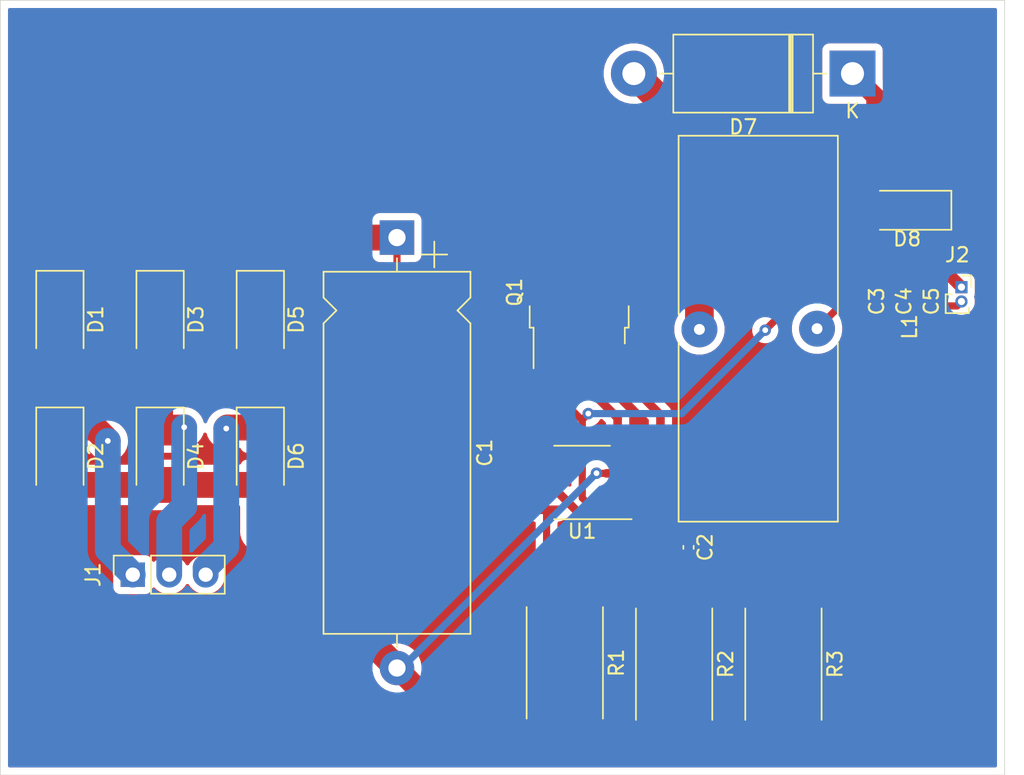
<source format=kicad_pcb>
(kicad_pcb (version 20171130) (host pcbnew "(5.1.8)-1")

  (general
    (thickness 1.6)
    (drawings 4)
    (tracks 102)
    (zones 0)
    (modules 21)
    (nets 13)
  )

  (page A4)
  (title_block
    (title "Buck Converter")
    (date 2021-01-10)
    (rev v1.1)
    (company ODTÜ)
  )

  (layers
    (0 F.Cu signal)
    (31 B.Cu signal)
    (32 B.Adhes user)
    (33 F.Adhes user)
    (34 B.Paste user)
    (35 F.Paste user)
    (36 B.SilkS user)
    (37 F.SilkS user)
    (38 B.Mask user)
    (39 F.Mask user)
    (40 Dwgs.User user)
    (41 Cmts.User user)
    (42 Eco1.User user)
    (43 Eco2.User user)
    (44 Edge.Cuts user)
    (45 Margin user)
    (46 B.CrtYd user)
    (47 F.CrtYd user)
    (48 B.Fab user)
    (49 F.Fab user)
  )

  (setup
    (last_trace_width 0.5)
    (user_trace_width 0.5)
    (user_trace_width 0.85)
    (user_trace_width 0.9)
    (user_trace_width 1)
    (user_trace_width 1.3)
    (user_trace_width 1.5)
    (user_trace_width 1.8)
    (user_trace_width 1.9)
    (user_trace_width 2)
    (user_trace_width 2.5)
    (user_trace_width 5)
    (user_trace_width 6)
    (trace_clearance 0.05)
    (zone_clearance 0.508)
    (zone_45_only no)
    (trace_min 0.2)
    (via_size 0.8)
    (via_drill 0.4)
    (via_min_size 0.4)
    (via_min_drill 0.3)
    (uvia_size 0.3)
    (uvia_drill 0.1)
    (uvias_allowed no)
    (uvia_min_size 0.2)
    (uvia_min_drill 0.1)
    (edge_width 0.05)
    (segment_width 0.2)
    (pcb_text_width 0.3)
    (pcb_text_size 1.5 1.5)
    (mod_edge_width 0.12)
    (mod_text_size 1 1)
    (mod_text_width 0.15)
    (pad_size 1.524 1.524)
    (pad_drill 0.762)
    (pad_to_mask_clearance 0)
    (aux_axis_origin 0 0)
    (visible_elements 7FFFFFFF)
    (pcbplotparams
      (layerselection 0x010fc_ffffffff)
      (usegerberextensions false)
      (usegerberattributes true)
      (usegerberadvancedattributes true)
      (creategerberjobfile true)
      (excludeedgelayer true)
      (linewidth 0.100000)
      (plotframeref false)
      (viasonmask false)
      (mode 1)
      (useauxorigin false)
      (hpglpennumber 1)
      (hpglpenspeed 20)
      (hpglpendiameter 15.000000)
      (psnegative false)
      (psa4output false)
      (plotreference true)
      (plotvalue true)
      (plotinvisibletext false)
      (padsonsilk false)
      (subtractmaskfromsilk false)
      (outputformat 1)
      (mirror false)
      (drillshape 1)
      (scaleselection 1)
      (outputdirectory ""))
  )

  (net 0 "")
  (net 1 "Net-(C1-Pad1)")
  (net 2 GND)
  (net 3 "Net-(C2-Pad1)")
  (net 4 "Net-(C3-Pad2)")
  (net 5 "Net-(D1-Pad2)")
  (net 6 "Net-(D3-Pad2)")
  (net 7 "Net-(D5-Pad2)")
  (net 8 "Net-(D7-Pad2)")
  (net 9 "Net-(D8-Pad1)")
  (net 10 "Net-(Q1-Pad1)")
  (net 11 "Net-(Q1-Pad3)")
  (net 12 "Net-(R1-Pad1)")

  (net_class Default "This is the default net class."
    (clearance 0.05)
    (trace_width 0.6)
    (via_dia 0.8)
    (via_drill 0.4)
    (uvia_dia 0.3)
    (uvia_drill 0.1)
    (add_net GND)
    (add_net "Net-(C1-Pad1)")
    (add_net "Net-(C2-Pad1)")
    (add_net "Net-(C3-Pad2)")
    (add_net "Net-(D1-Pad2)")
    (add_net "Net-(D3-Pad2)")
    (add_net "Net-(D5-Pad2)")
    (add_net "Net-(D7-Pad2)")
    (add_net "Net-(D8-Pad1)")
    (add_net "Net-(Q1-Pad1)")
    (add_net "Net-(Q1-Pad3)")
    (add_net "Net-(R1-Pad1)")
  )

  (module kutuphane_footprint:T106-3_Inductor (layer F.Cu) (tedit 5FFAED32) (tstamp 5FFB0F40)
    (at 231.775 95.885 90)
    (path /5FF948E1)
    (fp_text reference L1 (at 0.127 11.6 90) (layer F.SilkS)
      (effects (font (size 1 1) (thickness 0.15)))
    )
    (fp_text value L (at 0 -7.239 90) (layer F.Fab)
      (effects (font (size 1 1) (thickness 0.15)))
    )
    (fp_line (start -1.3 -4.35) (end -1.15 -3.75) (layer Dwgs.User) (width 0.06))
    (fp_line (start 10.7 -4.35) (end 13.25 4.8) (layer Dwgs.User) (width 0.06))
    (fp_line (start 7.7 -4.35) (end 10.7 6.45) (layer Dwgs.User) (width 0.06))
    (fp_line (start 7.7 6.45) (end 4.7 -4.35) (layer Dwgs.User) (width 0.06))
    (fp_line (start 4.7 6.45) (end 1.7 -4.35) (layer Dwgs.User) (width 0.06))
    (fp_line (start -0.6 -1.9) (end 1.7 6.45) (layer Dwgs.User) (width 0.06))
    (fp_line (start -1.3 6.45) (end -4.3 -4.35) (layer Dwgs.User) (width 0.06))
    (fp_line (start -7.3 -4.35) (end -4.3 6.45) (layer Dwgs.User) (width 0.06))
    (fp_line (start -7.3 6.45) (end -10.3 -4.35) (layer Dwgs.User) (width 0.06))
    (fp_line (start -13.3 -4.35) (end -10.3 6.45) (layer Dwgs.User) (width 0.06))
    (fp_line (start -13.3 6.45) (end -13.3 -4.35) (layer Dwgs.User) (width 0.06))
    (fp_line (start 13.3 6.45) (end -13.3 6.45) (layer Dwgs.User) (width 0.06))
    (fp_line (start 13.3 -4.35) (end 13.3 6.45) (layer Dwgs.User) (width 0.06))
    (fp_line (start -13.3 -4.35) (end 13.3 -4.35) (layer Dwgs.User) (width 0.06))
    (fp_line (start -13.55 6.7) (end -13.55 -4.6) (layer Dwgs.User) (width 0.03))
    (fp_line (start 13.55 6.7) (end -13.55 6.7) (layer Dwgs.User) (width 0.03))
    (fp_line (start 13.55 -4.6) (end 13.55 6.7) (layer Dwgs.User) (width 0.03))
    (fp_line (start -13.55 -4.6) (end 13.55 -4.6) (layer Dwgs.User) (width 0.03))
    (fp_line (start -13.45 6.6) (end -13.45 -4.5) (layer F.SilkS) (width 0.12))
    (fp_line (start -1 6.6) (end -13.45 6.6) (layer F.SilkS) (width 0.12))
    (fp_line (start 13.45 6.6) (end 1 6.6) (layer F.SilkS) (width 0.12))
    (fp_line (start 13.45 -4.5) (end 13.45 6.6) (layer F.SilkS) (width 0.12))
    (fp_line (start 1 -4.5) (end 13.45 -4.5) (layer F.SilkS) (width 0.12))
    (fp_line (start -1 -4.5) (end -13.45 -4.5) (layer F.SilkS) (width 0.12))
    (pad 1 thru_hole circle (at -0.05 -3.05 90) (size 2.5 2.5) (drill 0.762) (layers *.Cu *.Mask)
      (net 8 "Net-(D7-Pad2)"))
    (pad 2 thru_hole circle (at 0 5.15 90) (size 2.5 2.5) (drill 0.762) (layers *.Cu *.Mask)
      (net 4 "Net-(C3-Pad2)"))
  )

  (module Capacitor_THT:CP_Axial_L25.0mm_D10.0mm_P30.00mm_Horizontal (layer F.Cu) (tedit 5AE50EF2) (tstamp 5FFB0DE9)
    (at 207.645 89.535 270)
    (descr "CP, Axial series, Axial, Horizontal, pin pitch=30mm, , length*diameter=25*10mm^2, Electrolytic Capacitor, , http://www.vishay.com/docs/28325/021asm.pdf")
    (tags "CP Axial series Axial Horizontal pin pitch 30mm  length 25mm diameter 10mm Electrolytic Capacitor")
    (path /5FF95D6D)
    (fp_text reference C1 (at 15 -6.12 90) (layer F.SilkS)
      (effects (font (size 1 1) (thickness 0.15)))
    )
    (fp_text value CP1 (at 15 6.12 90) (layer F.Fab)
      (effects (font (size 1 1) (thickness 0.15)))
    )
    (fp_line (start 31.45 -5.25) (end -1.45 -5.25) (layer F.CrtYd) (width 0.05))
    (fp_line (start 31.45 5.25) (end 31.45 -5.25) (layer F.CrtYd) (width 0.05))
    (fp_line (start -1.45 5.25) (end 31.45 5.25) (layer F.CrtYd) (width 0.05))
    (fp_line (start -1.45 -5.25) (end -1.45 5.25) (layer F.CrtYd) (width 0.05))
    (fp_line (start 28.56 0) (end 27.62 0) (layer F.SilkS) (width 0.12))
    (fp_line (start 1.44 0) (end 2.38 0) (layer F.SilkS) (width 0.12))
    (fp_line (start 5.98 5.12) (end 27.62 5.12) (layer F.SilkS) (width 0.12))
    (fp_line (start 5.08 4.22) (end 5.98 5.12) (layer F.SilkS) (width 0.12))
    (fp_line (start 4.18 5.12) (end 5.08 4.22) (layer F.SilkS) (width 0.12))
    (fp_line (start 2.38 5.12) (end 4.18 5.12) (layer F.SilkS) (width 0.12))
    (fp_line (start 5.98 -5.12) (end 27.62 -5.12) (layer F.SilkS) (width 0.12))
    (fp_line (start 5.08 -4.22) (end 5.98 -5.12) (layer F.SilkS) (width 0.12))
    (fp_line (start 4.18 -5.12) (end 5.08 -4.22) (layer F.SilkS) (width 0.12))
    (fp_line (start 2.38 -5.12) (end 4.18 -5.12) (layer F.SilkS) (width 0.12))
    (fp_line (start 27.62 -5.12) (end 27.62 5.12) (layer F.SilkS) (width 0.12))
    (fp_line (start 2.38 -5.12) (end 2.38 5.12) (layer F.SilkS) (width 0.12))
    (fp_line (start 1.18 -3.5) (end 1.18 -1.7) (layer F.SilkS) (width 0.12))
    (fp_line (start 0.28 -2.6) (end 2.08 -2.6) (layer F.SilkS) (width 0.12))
    (fp_line (start 5.1 -0.9) (end 5.1 0.9) (layer F.Fab) (width 0.1))
    (fp_line (start 4.2 0) (end 6 0) (layer F.Fab) (width 0.1))
    (fp_line (start 30 0) (end 27.5 0) (layer F.Fab) (width 0.1))
    (fp_line (start 0 0) (end 2.5 0) (layer F.Fab) (width 0.1))
    (fp_line (start 5.98 5) (end 27.5 5) (layer F.Fab) (width 0.1))
    (fp_line (start 5.08 4.1) (end 5.98 5) (layer F.Fab) (width 0.1))
    (fp_line (start 4.18 5) (end 5.08 4.1) (layer F.Fab) (width 0.1))
    (fp_line (start 2.5 5) (end 4.18 5) (layer F.Fab) (width 0.1))
    (fp_line (start 5.98 -5) (end 27.5 -5) (layer F.Fab) (width 0.1))
    (fp_line (start 5.08 -4.1) (end 5.98 -5) (layer F.Fab) (width 0.1))
    (fp_line (start 4.18 -5) (end 5.08 -4.1) (layer F.Fab) (width 0.1))
    (fp_line (start 2.5 -5) (end 4.18 -5) (layer F.Fab) (width 0.1))
    (fp_line (start 27.5 -5) (end 27.5 5) (layer F.Fab) (width 0.1))
    (fp_line (start 2.5 -5) (end 2.5 5) (layer F.Fab) (width 0.1))
    (fp_text user %R (at 15 0 90) (layer F.Fab)
      (effects (font (size 1 1) (thickness 0.15)))
    )
    (pad 1 thru_hole rect (at 0 0 270) (size 2.4 2.4) (drill 1.2) (layers *.Cu *.Mask)
      (net 1 "Net-(C1-Pad1)"))
    (pad 2 thru_hole oval (at 30 0 270) (size 2.4 2.4) (drill 1.2) (layers *.Cu *.Mask)
      (net 2 GND))
    (model ${KISYS3DMOD}/Capacitor_THT.3dshapes/CP_Axial_L25.0mm_D10.0mm_P30.00mm_Horizontal.wrl
      (at (xyz 0 0 0))
      (scale (xyz 1 1 1))
      (rotate (xyz 0 0 0))
    )
  )

  (module Capacitor_SMD:C_0402_1005Metric (layer F.Cu) (tedit 5F68FEEE) (tstamp 5FFB0DFA)
    (at 227.965 111.125 270)
    (descr "Capacitor SMD 0402 (1005 Metric), square (rectangular) end terminal, IPC_7351 nominal, (Body size source: IPC-SM-782 page 76, https://www.pcb-3d.com/wordpress/wp-content/uploads/ipc-sm-782a_amendment_1_and_2.pdf), generated with kicad-footprint-generator")
    (tags capacitor)
    (path /5FF90FA9)
    (attr smd)
    (fp_text reference C2 (at 0 -1.16 90) (layer F.SilkS)
      (effects (font (size 1 1) (thickness 0.15)))
    )
    (fp_text value CP1 (at 0 1.16 90) (layer F.Fab)
      (effects (font (size 1 1) (thickness 0.15)))
    )
    (fp_text user %R (at 0 0 90) (layer F.Fab)
      (effects (font (size 0.25 0.25) (thickness 0.04)))
    )
    (fp_line (start -0.5 0.25) (end -0.5 -0.25) (layer F.Fab) (width 0.1))
    (fp_line (start -0.5 -0.25) (end 0.5 -0.25) (layer F.Fab) (width 0.1))
    (fp_line (start 0.5 -0.25) (end 0.5 0.25) (layer F.Fab) (width 0.1))
    (fp_line (start 0.5 0.25) (end -0.5 0.25) (layer F.Fab) (width 0.1))
    (fp_line (start -0.107836 -0.36) (end 0.107836 -0.36) (layer F.SilkS) (width 0.12))
    (fp_line (start -0.107836 0.36) (end 0.107836 0.36) (layer F.SilkS) (width 0.12))
    (fp_line (start -0.91 0.46) (end -0.91 -0.46) (layer F.CrtYd) (width 0.05))
    (fp_line (start -0.91 -0.46) (end 0.91 -0.46) (layer F.CrtYd) (width 0.05))
    (fp_line (start 0.91 -0.46) (end 0.91 0.46) (layer F.CrtYd) (width 0.05))
    (fp_line (start 0.91 0.46) (end -0.91 0.46) (layer F.CrtYd) (width 0.05))
    (pad 2 smd roundrect (at 0.48 0 270) (size 0.56 0.62) (layers F.Cu F.Paste F.Mask) (roundrect_rratio 0.25)
      (net 2 GND))
    (pad 1 smd roundrect (at -0.48 0 270) (size 0.56 0.62) (layers F.Cu F.Paste F.Mask) (roundrect_rratio 0.25)
      (net 3 "Net-(C2-Pad1)"))
    (model ${KISYS3DMOD}/Capacitor_SMD.3dshapes/C_0402_1005Metric.wrl
      (at (xyz 0 0 0))
      (scale (xyz 1 1 1))
      (rotate (xyz 0 0 0))
    )
  )

  (module Capacitor_SMD:C_0201_0603Metric (layer F.Cu) (tedit 5F68FEEE) (tstamp 5FFB0E0B)
    (at 240.03 93.98 270)
    (descr "Capacitor SMD 0201 (0603 Metric), square (rectangular) end terminal, IPC_7351 nominal, (Body size source: https://www.vishay.com/docs/20052/crcw0201e3.pdf), generated with kicad-footprint-generator")
    (tags capacitor)
    (path /5FFA0F5C)
    (attr smd)
    (fp_text reference C3 (at 0 -1.05 90) (layer F.SilkS)
      (effects (font (size 1 1) (thickness 0.15)))
    )
    (fp_text value CP1 (at 0 1.05 90) (layer F.Fab)
      (effects (font (size 1 1) (thickness 0.15)))
    )
    (fp_line (start 0.7 0.35) (end -0.7 0.35) (layer F.CrtYd) (width 0.05))
    (fp_line (start 0.7 -0.35) (end 0.7 0.35) (layer F.CrtYd) (width 0.05))
    (fp_line (start -0.7 -0.35) (end 0.7 -0.35) (layer F.CrtYd) (width 0.05))
    (fp_line (start -0.7 0.35) (end -0.7 -0.35) (layer F.CrtYd) (width 0.05))
    (fp_line (start 0.3 0.15) (end -0.3 0.15) (layer F.Fab) (width 0.1))
    (fp_line (start 0.3 -0.15) (end 0.3 0.15) (layer F.Fab) (width 0.1))
    (fp_line (start -0.3 -0.15) (end 0.3 -0.15) (layer F.Fab) (width 0.1))
    (fp_line (start -0.3 0.15) (end -0.3 -0.15) (layer F.Fab) (width 0.1))
    (fp_text user %R (at 0 -0.68 90) (layer F.Fab)
      (effects (font (size 0.25 0.25) (thickness 0.04)))
    )
    (pad "" smd roundrect (at -0.345 0 270) (size 0.318 0.36) (layers F.Paste) (roundrect_rratio 0.25))
    (pad "" smd roundrect (at 0.345 0 270) (size 0.318 0.36) (layers F.Paste) (roundrect_rratio 0.25))
    (pad 1 smd roundrect (at -0.32 0 270) (size 0.46 0.4) (layers F.Cu F.Mask) (roundrect_rratio 0.25)
      (net 1 "Net-(C1-Pad1)"))
    (pad 2 smd roundrect (at 0.32 0 270) (size 0.46 0.4) (layers F.Cu F.Mask) (roundrect_rratio 0.25)
      (net 4 "Net-(C3-Pad2)"))
    (model ${KISYS3DMOD}/Capacitor_SMD.3dshapes/C_0201_0603Metric.wrl
      (at (xyz 0 0 0))
      (scale (xyz 1 1 1))
      (rotate (xyz 0 0 0))
    )
  )

  (module Capacitor_SMD:C_0201_0603Metric (layer F.Cu) (tedit 5F68FEEE) (tstamp 5FFB0E1C)
    (at 241.935 93.98 270)
    (descr "Capacitor SMD 0201 (0603 Metric), square (rectangular) end terminal, IPC_7351 nominal, (Body size source: https://www.vishay.com/docs/20052/crcw0201e3.pdf), generated with kicad-footprint-generator")
    (tags capacitor)
    (path /5FFB0889)
    (attr smd)
    (fp_text reference C4 (at 0 -1.05 90) (layer F.SilkS)
      (effects (font (size 1 1) (thickness 0.15)))
    )
    (fp_text value CP1 (at 0 1.05 90) (layer F.Fab)
      (effects (font (size 1 1) (thickness 0.15)))
    )
    (fp_line (start -0.3 0.15) (end -0.3 -0.15) (layer F.Fab) (width 0.1))
    (fp_line (start -0.3 -0.15) (end 0.3 -0.15) (layer F.Fab) (width 0.1))
    (fp_line (start 0.3 -0.15) (end 0.3 0.15) (layer F.Fab) (width 0.1))
    (fp_line (start 0.3 0.15) (end -0.3 0.15) (layer F.Fab) (width 0.1))
    (fp_line (start -0.7 0.35) (end -0.7 -0.35) (layer F.CrtYd) (width 0.05))
    (fp_line (start -0.7 -0.35) (end 0.7 -0.35) (layer F.CrtYd) (width 0.05))
    (fp_line (start 0.7 -0.35) (end 0.7 0.35) (layer F.CrtYd) (width 0.05))
    (fp_line (start 0.7 0.35) (end -0.7 0.35) (layer F.CrtYd) (width 0.05))
    (fp_text user %R (at 0 -0.68 90) (layer F.Fab)
      (effects (font (size 0.25 0.25) (thickness 0.04)))
    )
    (pad 2 smd roundrect (at 0.32 0 270) (size 0.46 0.4) (layers F.Cu F.Mask) (roundrect_rratio 0.25)
      (net 4 "Net-(C3-Pad2)"))
    (pad 1 smd roundrect (at -0.32 0 270) (size 0.46 0.4) (layers F.Cu F.Mask) (roundrect_rratio 0.25)
      (net 1 "Net-(C1-Pad1)"))
    (pad "" smd roundrect (at 0.345 0 270) (size 0.318 0.36) (layers F.Paste) (roundrect_rratio 0.25))
    (pad "" smd roundrect (at -0.345 0 270) (size 0.318 0.36) (layers F.Paste) (roundrect_rratio 0.25))
    (model ${KISYS3DMOD}/Capacitor_SMD.3dshapes/C_0201_0603Metric.wrl
      (at (xyz 0 0 0))
      (scale (xyz 1 1 1))
      (rotate (xyz 0 0 0))
    )
  )

  (module Capacitor_SMD:C_0201_0603Metric (layer F.Cu) (tedit 5F68FEEE) (tstamp 5FFB0E2D)
    (at 243.84 93.98 270)
    (descr "Capacitor SMD 0201 (0603 Metric), square (rectangular) end terminal, IPC_7351 nominal, (Body size source: https://www.vishay.com/docs/20052/crcw0201e3.pdf), generated with kicad-footprint-generator")
    (tags capacitor)
    (path /5FFB13E8)
    (attr smd)
    (fp_text reference C5 (at 0 -1.05 90) (layer F.SilkS)
      (effects (font (size 1 1) (thickness 0.15)))
    )
    (fp_text value CP1 (at 0 1.05 90) (layer F.Fab)
      (effects (font (size 1 1) (thickness 0.15)))
    )
    (fp_line (start 0.7 0.35) (end -0.7 0.35) (layer F.CrtYd) (width 0.05))
    (fp_line (start 0.7 -0.35) (end 0.7 0.35) (layer F.CrtYd) (width 0.05))
    (fp_line (start -0.7 -0.35) (end 0.7 -0.35) (layer F.CrtYd) (width 0.05))
    (fp_line (start -0.7 0.35) (end -0.7 -0.35) (layer F.CrtYd) (width 0.05))
    (fp_line (start 0.3 0.15) (end -0.3 0.15) (layer F.Fab) (width 0.1))
    (fp_line (start 0.3 -0.15) (end 0.3 0.15) (layer F.Fab) (width 0.1))
    (fp_line (start -0.3 -0.15) (end 0.3 -0.15) (layer F.Fab) (width 0.1))
    (fp_line (start -0.3 0.15) (end -0.3 -0.15) (layer F.Fab) (width 0.1))
    (fp_text user %R (at 0 -0.68 90) (layer F.Fab)
      (effects (font (size 0.25 0.25) (thickness 0.04)))
    )
    (pad "" smd roundrect (at -0.345 0 270) (size 0.318 0.36) (layers F.Paste) (roundrect_rratio 0.25))
    (pad "" smd roundrect (at 0.345 0 270) (size 0.318 0.36) (layers F.Paste) (roundrect_rratio 0.25))
    (pad 1 smd roundrect (at -0.32 0 270) (size 0.46 0.4) (layers F.Cu F.Mask) (roundrect_rratio 0.25)
      (net 1 "Net-(C1-Pad1)"))
    (pad 2 smd roundrect (at 0.32 0 270) (size 0.46 0.4) (layers F.Cu F.Mask) (roundrect_rratio 0.25)
      (net 4 "Net-(C3-Pad2)"))
    (model ${KISYS3DMOD}/Capacitor_SMD.3dshapes/C_0201_0603Metric.wrl
      (at (xyz 0 0 0))
      (scale (xyz 1 1 1))
      (rotate (xyz 0 0 0))
    )
  )

  (module Diode_SMD:D_SMA (layer F.Cu) (tedit 586432E5) (tstamp 5FFB0E45)
    (at 184.15 95.25 270)
    (descr "Diode SMA (DO-214AC)")
    (tags "Diode SMA (DO-214AC)")
    (path /5FFBE7C3)
    (attr smd)
    (fp_text reference D1 (at 0 -2.5 90) (layer F.SilkS)
      (effects (font (size 1 1) (thickness 0.15)))
    )
    (fp_text value US1G (at 0 2.6 90) (layer F.Fab)
      (effects (font (size 1 1) (thickness 0.15)))
    )
    (fp_line (start -3.4 -1.65) (end 2 -1.65) (layer F.SilkS) (width 0.12))
    (fp_line (start -3.4 1.65) (end 2 1.65) (layer F.SilkS) (width 0.12))
    (fp_line (start -0.64944 0.00102) (end 0.50118 -0.79908) (layer F.Fab) (width 0.1))
    (fp_line (start -0.64944 0.00102) (end 0.50118 0.75032) (layer F.Fab) (width 0.1))
    (fp_line (start 0.50118 0.75032) (end 0.50118 -0.79908) (layer F.Fab) (width 0.1))
    (fp_line (start -0.64944 -0.79908) (end -0.64944 0.80112) (layer F.Fab) (width 0.1))
    (fp_line (start 0.50118 0.00102) (end 1.4994 0.00102) (layer F.Fab) (width 0.1))
    (fp_line (start -0.64944 0.00102) (end -1.55114 0.00102) (layer F.Fab) (width 0.1))
    (fp_line (start -3.5 1.75) (end -3.5 -1.75) (layer F.CrtYd) (width 0.05))
    (fp_line (start 3.5 1.75) (end -3.5 1.75) (layer F.CrtYd) (width 0.05))
    (fp_line (start 3.5 -1.75) (end 3.5 1.75) (layer F.CrtYd) (width 0.05))
    (fp_line (start -3.5 -1.75) (end 3.5 -1.75) (layer F.CrtYd) (width 0.05))
    (fp_line (start 2.3 -1.5) (end -2.3 -1.5) (layer F.Fab) (width 0.1))
    (fp_line (start 2.3 -1.5) (end 2.3 1.5) (layer F.Fab) (width 0.1))
    (fp_line (start -2.3 1.5) (end -2.3 -1.5) (layer F.Fab) (width 0.1))
    (fp_line (start 2.3 1.5) (end -2.3 1.5) (layer F.Fab) (width 0.1))
    (fp_line (start -3.4 -1.65) (end -3.4 1.65) (layer F.SilkS) (width 0.12))
    (fp_text user %R (at 0 -2.5 90) (layer F.Fab)
      (effects (font (size 1 1) (thickness 0.15)))
    )
    (pad 1 smd rect (at -2 0 270) (size 2.5 1.8) (layers F.Cu F.Paste F.Mask)
      (net 1 "Net-(C1-Pad1)"))
    (pad 2 smd rect (at 2 0 270) (size 2.5 1.8) (layers F.Cu F.Paste F.Mask)
      (net 5 "Net-(D1-Pad2)"))
    (model ${KISYS3DMOD}/Diode_SMD.3dshapes/D_SMA.wrl
      (at (xyz 0 0 0))
      (scale (xyz 1 1 1))
      (rotate (xyz 0 0 0))
    )
  )

  (module Diode_SMD:D_SMA (layer F.Cu) (tedit 586432E5) (tstamp 5FFB0E5D)
    (at 184.15 104.775 270)
    (descr "Diode SMA (DO-214AC)")
    (tags "Diode SMA (DO-214AC)")
    (path /5FFD08BC)
    (attr smd)
    (fp_text reference D2 (at 0 -2.5 90) (layer F.SilkS)
      (effects (font (size 1 1) (thickness 0.15)))
    )
    (fp_text value US1G (at 0 2.6 90) (layer F.Fab)
      (effects (font (size 1 1) (thickness 0.15)))
    )
    (fp_line (start -3.4 -1.65) (end -3.4 1.65) (layer F.SilkS) (width 0.12))
    (fp_line (start 2.3 1.5) (end -2.3 1.5) (layer F.Fab) (width 0.1))
    (fp_line (start -2.3 1.5) (end -2.3 -1.5) (layer F.Fab) (width 0.1))
    (fp_line (start 2.3 -1.5) (end 2.3 1.5) (layer F.Fab) (width 0.1))
    (fp_line (start 2.3 -1.5) (end -2.3 -1.5) (layer F.Fab) (width 0.1))
    (fp_line (start -3.5 -1.75) (end 3.5 -1.75) (layer F.CrtYd) (width 0.05))
    (fp_line (start 3.5 -1.75) (end 3.5 1.75) (layer F.CrtYd) (width 0.05))
    (fp_line (start 3.5 1.75) (end -3.5 1.75) (layer F.CrtYd) (width 0.05))
    (fp_line (start -3.5 1.75) (end -3.5 -1.75) (layer F.CrtYd) (width 0.05))
    (fp_line (start -0.64944 0.00102) (end -1.55114 0.00102) (layer F.Fab) (width 0.1))
    (fp_line (start 0.50118 0.00102) (end 1.4994 0.00102) (layer F.Fab) (width 0.1))
    (fp_line (start -0.64944 -0.79908) (end -0.64944 0.80112) (layer F.Fab) (width 0.1))
    (fp_line (start 0.50118 0.75032) (end 0.50118 -0.79908) (layer F.Fab) (width 0.1))
    (fp_line (start -0.64944 0.00102) (end 0.50118 0.75032) (layer F.Fab) (width 0.1))
    (fp_line (start -0.64944 0.00102) (end 0.50118 -0.79908) (layer F.Fab) (width 0.1))
    (fp_line (start -3.4 1.65) (end 2 1.65) (layer F.SilkS) (width 0.12))
    (fp_line (start -3.4 -1.65) (end 2 -1.65) (layer F.SilkS) (width 0.12))
    (fp_text user %R (at 0 -2.5 90) (layer F.Fab)
      (effects (font (size 1 1) (thickness 0.15)))
    )
    (pad 2 smd rect (at 2 0 270) (size 2.5 1.8) (layers F.Cu F.Paste F.Mask)
      (net 2 GND))
    (pad 1 smd rect (at -2 0 270) (size 2.5 1.8) (layers F.Cu F.Paste F.Mask)
      (net 5 "Net-(D1-Pad2)"))
    (model ${KISYS3DMOD}/Diode_SMD.3dshapes/D_SMA.wrl
      (at (xyz 0 0 0))
      (scale (xyz 1 1 1))
      (rotate (xyz 0 0 0))
    )
  )

  (module Diode_SMD:D_SMA (layer F.Cu) (tedit 586432E5) (tstamp 5FFB0E75)
    (at 191.135 95.25 270)
    (descr "Diode SMA (DO-214AC)")
    (tags "Diode SMA (DO-214AC)")
    (path /5FFC5787)
    (attr smd)
    (fp_text reference D3 (at 0 -2.5 90) (layer F.SilkS)
      (effects (font (size 1 1) (thickness 0.15)))
    )
    (fp_text value US1G (at 0 2.6 90) (layer F.Fab)
      (effects (font (size 1 1) (thickness 0.15)))
    )
    (fp_line (start -3.4 -1.65) (end -3.4 1.65) (layer F.SilkS) (width 0.12))
    (fp_line (start 2.3 1.5) (end -2.3 1.5) (layer F.Fab) (width 0.1))
    (fp_line (start -2.3 1.5) (end -2.3 -1.5) (layer F.Fab) (width 0.1))
    (fp_line (start 2.3 -1.5) (end 2.3 1.5) (layer F.Fab) (width 0.1))
    (fp_line (start 2.3 -1.5) (end -2.3 -1.5) (layer F.Fab) (width 0.1))
    (fp_line (start -3.5 -1.75) (end 3.5 -1.75) (layer F.CrtYd) (width 0.05))
    (fp_line (start 3.5 -1.75) (end 3.5 1.75) (layer F.CrtYd) (width 0.05))
    (fp_line (start 3.5 1.75) (end -3.5 1.75) (layer F.CrtYd) (width 0.05))
    (fp_line (start -3.5 1.75) (end -3.5 -1.75) (layer F.CrtYd) (width 0.05))
    (fp_line (start -0.64944 0.00102) (end -1.55114 0.00102) (layer F.Fab) (width 0.1))
    (fp_line (start 0.50118 0.00102) (end 1.4994 0.00102) (layer F.Fab) (width 0.1))
    (fp_line (start -0.64944 -0.79908) (end -0.64944 0.80112) (layer F.Fab) (width 0.1))
    (fp_line (start 0.50118 0.75032) (end 0.50118 -0.79908) (layer F.Fab) (width 0.1))
    (fp_line (start -0.64944 0.00102) (end 0.50118 0.75032) (layer F.Fab) (width 0.1))
    (fp_line (start -0.64944 0.00102) (end 0.50118 -0.79908) (layer F.Fab) (width 0.1))
    (fp_line (start -3.4 1.65) (end 2 1.65) (layer F.SilkS) (width 0.12))
    (fp_line (start -3.4 -1.65) (end 2 -1.65) (layer F.SilkS) (width 0.12))
    (fp_text user %R (at 0 -2.5 90) (layer F.Fab)
      (effects (font (size 1 1) (thickness 0.15)))
    )
    (pad 2 smd rect (at 2 0 270) (size 2.5 1.8) (layers F.Cu F.Paste F.Mask)
      (net 6 "Net-(D3-Pad2)"))
    (pad 1 smd rect (at -2 0 270) (size 2.5 1.8) (layers F.Cu F.Paste F.Mask)
      (net 1 "Net-(C1-Pad1)"))
    (model ${KISYS3DMOD}/Diode_SMD.3dshapes/D_SMA.wrl
      (at (xyz 0 0 0))
      (scale (xyz 1 1 1))
      (rotate (xyz 0 0 0))
    )
  )

  (module Diode_SMD:D_SMA (layer F.Cu) (tedit 586432E5) (tstamp 5FFB0E8D)
    (at 191.135 104.775 270)
    (descr "Diode SMA (DO-214AC)")
    (tags "Diode SMA (DO-214AC)")
    (path /5FFCFBD4)
    (attr smd)
    (fp_text reference D4 (at 0 -2.5 90) (layer F.SilkS)
      (effects (font (size 1 1) (thickness 0.15)))
    )
    (fp_text value US1G (at 0 2.6 90) (layer F.Fab)
      (effects (font (size 1 1) (thickness 0.15)))
    )
    (fp_line (start -3.4 -1.65) (end 2 -1.65) (layer F.SilkS) (width 0.12))
    (fp_line (start -3.4 1.65) (end 2 1.65) (layer F.SilkS) (width 0.12))
    (fp_line (start -0.64944 0.00102) (end 0.50118 -0.79908) (layer F.Fab) (width 0.1))
    (fp_line (start -0.64944 0.00102) (end 0.50118 0.75032) (layer F.Fab) (width 0.1))
    (fp_line (start 0.50118 0.75032) (end 0.50118 -0.79908) (layer F.Fab) (width 0.1))
    (fp_line (start -0.64944 -0.79908) (end -0.64944 0.80112) (layer F.Fab) (width 0.1))
    (fp_line (start 0.50118 0.00102) (end 1.4994 0.00102) (layer F.Fab) (width 0.1))
    (fp_line (start -0.64944 0.00102) (end -1.55114 0.00102) (layer F.Fab) (width 0.1))
    (fp_line (start -3.5 1.75) (end -3.5 -1.75) (layer F.CrtYd) (width 0.05))
    (fp_line (start 3.5 1.75) (end -3.5 1.75) (layer F.CrtYd) (width 0.05))
    (fp_line (start 3.5 -1.75) (end 3.5 1.75) (layer F.CrtYd) (width 0.05))
    (fp_line (start -3.5 -1.75) (end 3.5 -1.75) (layer F.CrtYd) (width 0.05))
    (fp_line (start 2.3 -1.5) (end -2.3 -1.5) (layer F.Fab) (width 0.1))
    (fp_line (start 2.3 -1.5) (end 2.3 1.5) (layer F.Fab) (width 0.1))
    (fp_line (start -2.3 1.5) (end -2.3 -1.5) (layer F.Fab) (width 0.1))
    (fp_line (start 2.3 1.5) (end -2.3 1.5) (layer F.Fab) (width 0.1))
    (fp_line (start -3.4 -1.65) (end -3.4 1.65) (layer F.SilkS) (width 0.12))
    (fp_text user %R (at 0 -2.5 90) (layer F.Fab)
      (effects (font (size 1 1) (thickness 0.15)))
    )
    (pad 1 smd rect (at -2 0 270) (size 2.5 1.8) (layers F.Cu F.Paste F.Mask)
      (net 6 "Net-(D3-Pad2)"))
    (pad 2 smd rect (at 2 0 270) (size 2.5 1.8) (layers F.Cu F.Paste F.Mask)
      (net 2 GND))
    (model ${KISYS3DMOD}/Diode_SMD.3dshapes/D_SMA.wrl
      (at (xyz 0 0 0))
      (scale (xyz 1 1 1))
      (rotate (xyz 0 0 0))
    )
  )

  (module Diode_SMD:D_SMA (layer F.Cu) (tedit 586432E5) (tstamp 5FFB0EA5)
    (at 198.12 95.25 270)
    (descr "Diode SMA (DO-214AC)")
    (tags "Diode SMA (DO-214AC)")
    (path /5FFCE750)
    (attr smd)
    (fp_text reference D5 (at 0 -2.5 90) (layer F.SilkS)
      (effects (font (size 1 1) (thickness 0.15)))
    )
    (fp_text value US1G (at 0 2.6 90) (layer F.Fab)
      (effects (font (size 1 1) (thickness 0.15)))
    )
    (fp_line (start -3.4 -1.65) (end 2 -1.65) (layer F.SilkS) (width 0.12))
    (fp_line (start -3.4 1.65) (end 2 1.65) (layer F.SilkS) (width 0.12))
    (fp_line (start -0.64944 0.00102) (end 0.50118 -0.79908) (layer F.Fab) (width 0.1))
    (fp_line (start -0.64944 0.00102) (end 0.50118 0.75032) (layer F.Fab) (width 0.1))
    (fp_line (start 0.50118 0.75032) (end 0.50118 -0.79908) (layer F.Fab) (width 0.1))
    (fp_line (start -0.64944 -0.79908) (end -0.64944 0.80112) (layer F.Fab) (width 0.1))
    (fp_line (start 0.50118 0.00102) (end 1.4994 0.00102) (layer F.Fab) (width 0.1))
    (fp_line (start -0.64944 0.00102) (end -1.55114 0.00102) (layer F.Fab) (width 0.1))
    (fp_line (start -3.5 1.75) (end -3.5 -1.75) (layer F.CrtYd) (width 0.05))
    (fp_line (start 3.5 1.75) (end -3.5 1.75) (layer F.CrtYd) (width 0.05))
    (fp_line (start 3.5 -1.75) (end 3.5 1.75) (layer F.CrtYd) (width 0.05))
    (fp_line (start -3.5 -1.75) (end 3.5 -1.75) (layer F.CrtYd) (width 0.05))
    (fp_line (start 2.3 -1.5) (end -2.3 -1.5) (layer F.Fab) (width 0.1))
    (fp_line (start 2.3 -1.5) (end 2.3 1.5) (layer F.Fab) (width 0.1))
    (fp_line (start -2.3 1.5) (end -2.3 -1.5) (layer F.Fab) (width 0.1))
    (fp_line (start 2.3 1.5) (end -2.3 1.5) (layer F.Fab) (width 0.1))
    (fp_line (start -3.4 -1.65) (end -3.4 1.65) (layer F.SilkS) (width 0.12))
    (fp_text user %R (at 0 -2.5 90) (layer F.Fab)
      (effects (font (size 1 1) (thickness 0.15)))
    )
    (pad 1 smd rect (at -2 0 270) (size 2.5 1.8) (layers F.Cu F.Paste F.Mask)
      (net 1 "Net-(C1-Pad1)"))
    (pad 2 smd rect (at 2 0 270) (size 2.5 1.8) (layers F.Cu F.Paste F.Mask)
      (net 7 "Net-(D5-Pad2)"))
    (model ${KISYS3DMOD}/Diode_SMD.3dshapes/D_SMA.wrl
      (at (xyz 0 0 0))
      (scale (xyz 1 1 1))
      (rotate (xyz 0 0 0))
    )
  )

  (module Diode_SMD:D_SMA (layer F.Cu) (tedit 586432E5) (tstamp 5FFB0EBD)
    (at 198.12 104.775 270)
    (descr "Diode SMA (DO-214AC)")
    (tags "Diode SMA (DO-214AC)")
    (path /5FFCF1AA)
    (attr smd)
    (fp_text reference D6 (at 0 -2.5 90) (layer F.SilkS)
      (effects (font (size 1 1) (thickness 0.15)))
    )
    (fp_text value US1G (at 0 2.6 90) (layer F.Fab)
      (effects (font (size 1 1) (thickness 0.15)))
    )
    (fp_line (start -3.4 -1.65) (end -3.4 1.65) (layer F.SilkS) (width 0.12))
    (fp_line (start 2.3 1.5) (end -2.3 1.5) (layer F.Fab) (width 0.1))
    (fp_line (start -2.3 1.5) (end -2.3 -1.5) (layer F.Fab) (width 0.1))
    (fp_line (start 2.3 -1.5) (end 2.3 1.5) (layer F.Fab) (width 0.1))
    (fp_line (start 2.3 -1.5) (end -2.3 -1.5) (layer F.Fab) (width 0.1))
    (fp_line (start -3.5 -1.75) (end 3.5 -1.75) (layer F.CrtYd) (width 0.05))
    (fp_line (start 3.5 -1.75) (end 3.5 1.75) (layer F.CrtYd) (width 0.05))
    (fp_line (start 3.5 1.75) (end -3.5 1.75) (layer F.CrtYd) (width 0.05))
    (fp_line (start -3.5 1.75) (end -3.5 -1.75) (layer F.CrtYd) (width 0.05))
    (fp_line (start -0.64944 0.00102) (end -1.55114 0.00102) (layer F.Fab) (width 0.1))
    (fp_line (start 0.50118 0.00102) (end 1.4994 0.00102) (layer F.Fab) (width 0.1))
    (fp_line (start -0.64944 -0.79908) (end -0.64944 0.80112) (layer F.Fab) (width 0.1))
    (fp_line (start 0.50118 0.75032) (end 0.50118 -0.79908) (layer F.Fab) (width 0.1))
    (fp_line (start -0.64944 0.00102) (end 0.50118 0.75032) (layer F.Fab) (width 0.1))
    (fp_line (start -0.64944 0.00102) (end 0.50118 -0.79908) (layer F.Fab) (width 0.1))
    (fp_line (start -3.4 1.65) (end 2 1.65) (layer F.SilkS) (width 0.12))
    (fp_line (start -3.4 -1.65) (end 2 -1.65) (layer F.SilkS) (width 0.12))
    (fp_text user %R (at 0 -2.5 90) (layer F.Fab)
      (effects (font (size 1 1) (thickness 0.15)))
    )
    (pad 2 smd rect (at 2 0 270) (size 2.5 1.8) (layers F.Cu F.Paste F.Mask)
      (net 2 GND))
    (pad 1 smd rect (at -2 0 270) (size 2.5 1.8) (layers F.Cu F.Paste F.Mask)
      (net 7 "Net-(D5-Pad2)"))
    (model ${KISYS3DMOD}/Diode_SMD.3dshapes/D_SMA.wrl
      (at (xyz 0 0 0))
      (scale (xyz 1 1 1))
      (rotate (xyz 0 0 0))
    )
  )

  (module Diode_THT:D_DO-201AD_P15.24mm_Horizontal (layer F.Cu) (tedit 5AE50CD5) (tstamp 5FFB0EDC)
    (at 239.395 78.105 180)
    (descr "Diode, DO-201AD series, Axial, Horizontal, pin pitch=15.24mm, , length*diameter=9.5*5.2mm^2, , http://www.diodes.com/_files/packages/DO-201AD.pdf")
    (tags "Diode DO-201AD series Axial Horizontal pin pitch 15.24mm  length 9.5mm diameter 5.2mm")
    (path /5FFDD25C)
    (fp_text reference D7 (at 7.62 -3.72) (layer F.SilkS)
      (effects (font (size 1 1) (thickness 0.15)))
    )
    (fp_text value UF5404-E3/54 (at 7.62 3.72) (layer F.Fab)
      (effects (font (size 1 1) (thickness 0.15)))
    )
    (fp_line (start 17.09 -2.85) (end -1.85 -2.85) (layer F.CrtYd) (width 0.05))
    (fp_line (start 17.09 2.85) (end 17.09 -2.85) (layer F.CrtYd) (width 0.05))
    (fp_line (start -1.85 2.85) (end 17.09 2.85) (layer F.CrtYd) (width 0.05))
    (fp_line (start -1.85 -2.85) (end -1.85 2.85) (layer F.CrtYd) (width 0.05))
    (fp_line (start 4.175 -2.72) (end 4.175 2.72) (layer F.SilkS) (width 0.12))
    (fp_line (start 4.415 -2.72) (end 4.415 2.72) (layer F.SilkS) (width 0.12))
    (fp_line (start 4.295 -2.72) (end 4.295 2.72) (layer F.SilkS) (width 0.12))
    (fp_line (start 13.4 0) (end 12.49 0) (layer F.SilkS) (width 0.12))
    (fp_line (start 1.84 0) (end 2.75 0) (layer F.SilkS) (width 0.12))
    (fp_line (start 12.49 -2.72) (end 2.75 -2.72) (layer F.SilkS) (width 0.12))
    (fp_line (start 12.49 2.72) (end 12.49 -2.72) (layer F.SilkS) (width 0.12))
    (fp_line (start 2.75 2.72) (end 12.49 2.72) (layer F.SilkS) (width 0.12))
    (fp_line (start 2.75 -2.72) (end 2.75 2.72) (layer F.SilkS) (width 0.12))
    (fp_line (start 4.195 -2.6) (end 4.195 2.6) (layer F.Fab) (width 0.1))
    (fp_line (start 4.395 -2.6) (end 4.395 2.6) (layer F.Fab) (width 0.1))
    (fp_line (start 4.295 -2.6) (end 4.295 2.6) (layer F.Fab) (width 0.1))
    (fp_line (start 15.24 0) (end 12.37 0) (layer F.Fab) (width 0.1))
    (fp_line (start 0 0) (end 2.87 0) (layer F.Fab) (width 0.1))
    (fp_line (start 12.37 -2.6) (end 2.87 -2.6) (layer F.Fab) (width 0.1))
    (fp_line (start 12.37 2.6) (end 12.37 -2.6) (layer F.Fab) (width 0.1))
    (fp_line (start 2.87 2.6) (end 12.37 2.6) (layer F.Fab) (width 0.1))
    (fp_line (start 2.87 -2.6) (end 2.87 2.6) (layer F.Fab) (width 0.1))
    (fp_text user %R (at 8.3325 0) (layer F.Fab)
      (effects (font (size 1 1) (thickness 0.15)))
    )
    (fp_text user K (at 0 -2.6) (layer F.Fab)
      (effects (font (size 1 1) (thickness 0.15)))
    )
    (fp_text user K (at 0 -2.6) (layer F.SilkS)
      (effects (font (size 1 1) (thickness 0.15)))
    )
    (pad 1 thru_hole rect (at 0 0 180) (size 3.2 3.2) (drill 1.6) (layers *.Cu *.Mask)
      (net 1 "Net-(C1-Pad1)"))
    (pad 2 thru_hole oval (at 15.24 0 180) (size 3.2 3.2) (drill 1.6) (layers *.Cu *.Mask)
      (net 8 "Net-(D7-Pad2)"))
    (model ${KISYS3DMOD}/Diode_THT.3dshapes/D_DO-201AD_P15.24mm_Horizontal.wrl
      (at (xyz 0 0 0))
      (scale (xyz 1 1 1))
      (rotate (xyz 0 0 0))
    )
  )

  (module Diode_SMD:D_SOD-128 (layer F.Cu) (tedit 5D3216F4) (tstamp 5FFB0EF5)
    (at 243.205 87.63 180)
    (descr "D_SOD-128 (CFP5 SlimSMAW), https://assets.nexperia.com/documents/outline-drawing/SOD128.pdf")
    (tags D_SOD-128)
    (path /5FFE3A52)
    (attr smd)
    (fp_text reference D8 (at 0 -2) (layer F.SilkS)
      (effects (font (size 1 1) (thickness 0.15)))
    )
    (fp_text value PMEG6030EP,115 (at 0 2) (layer F.Fab)
      (effects (font (size 1 1) (thickness 0.15)))
    )
    (fp_line (start -3.08 -1.36) (end 1.9 -1.36) (layer F.SilkS) (width 0.12))
    (fp_line (start -3.08 1.36) (end 1.9 1.36) (layer F.SilkS) (width 0.12))
    (fp_line (start -3.15 -1.5) (end -3.15 1.5) (layer F.CrtYd) (width 0.05))
    (fp_line (start 3.15 1.5) (end -3.15 1.5) (layer F.CrtYd) (width 0.05))
    (fp_line (start 3.15 -1.5) (end 3.15 1.5) (layer F.CrtYd) (width 0.05))
    (fp_line (start -3.15 -1.5) (end 3.15 -1.5) (layer F.CrtYd) (width 0.05))
    (fp_line (start -1.9 -1.25) (end 1.9 -1.25) (layer F.Fab) (width 0.1))
    (fp_line (start 1.9 -1.25) (end 1.9 1.25) (layer F.Fab) (width 0.1))
    (fp_line (start 1.9 1.25) (end -1.9 1.25) (layer F.Fab) (width 0.1))
    (fp_line (start -1.9 1.25) (end -1.9 -1.25) (layer F.Fab) (width 0.1))
    (fp_line (start -0.75 0) (end -0.35 0) (layer F.Fab) (width 0.1))
    (fp_line (start -0.35 0) (end -0.35 -0.55) (layer F.Fab) (width 0.1))
    (fp_line (start -0.35 0) (end -0.35 0.55) (layer F.Fab) (width 0.1))
    (fp_line (start -0.35 0) (end 0.25 -0.4) (layer F.Fab) (width 0.1))
    (fp_line (start 0.25 -0.4) (end 0.25 0.4) (layer F.Fab) (width 0.1))
    (fp_line (start 0.25 0.4) (end -0.35 0) (layer F.Fab) (width 0.1))
    (fp_line (start 0.25 0) (end 0.75 0) (layer F.Fab) (width 0.1))
    (fp_line (start -3.08 -1.36) (end -3.08 1.36) (layer F.SilkS) (width 0.12))
    (fp_text user %R (at 0 -2) (layer F.Fab)
      (effects (font (size 1 1) (thickness 0.15)))
    )
    (pad 1 smd rect (at -2.2 0 180) (size 1.4 2.1) (layers F.Cu F.Paste F.Mask)
      (net 9 "Net-(D8-Pad1)"))
    (pad 2 smd rect (at 2.2 0 180) (size 1.4 2.1) (layers F.Cu F.Paste F.Mask)
      (net 1 "Net-(C1-Pad1)"))
    (model ${KISYS3DMOD}/Diode_SMD.3dshapes/D_SOD-128.wrl
      (at (xyz 0 0 0))
      (scale (xyz 1 1 1))
      (rotate (xyz 0 0 0))
    )
  )

  (module Connector_PinSocket_2.54mm:PinSocket_1x03_P2.54mm_Vertical (layer F.Cu) (tedit 5A19A429) (tstamp 5FFB0F0C)
    (at 189.23 113.03 90)
    (descr "Through hole straight socket strip, 1x03, 2.54mm pitch, single row (from Kicad 4.0.7), script generated")
    (tags "Through hole socket strip THT 1x03 2.54mm single row")
    (path /5FF954BF)
    (fp_text reference J1 (at 0 -2.77 90) (layer F.SilkS)
      (effects (font (size 1 1) (thickness 0.15)))
    )
    (fp_text value Conn_01x03 (at 0 7.85 90) (layer F.Fab)
      (effects (font (size 1 1) (thickness 0.15)))
    )
    (fp_line (start -1.8 6.85) (end -1.8 -1.8) (layer F.CrtYd) (width 0.05))
    (fp_line (start 1.75 6.85) (end -1.8 6.85) (layer F.CrtYd) (width 0.05))
    (fp_line (start 1.75 -1.8) (end 1.75 6.85) (layer F.CrtYd) (width 0.05))
    (fp_line (start -1.8 -1.8) (end 1.75 -1.8) (layer F.CrtYd) (width 0.05))
    (fp_line (start 0 -1.33) (end 1.33 -1.33) (layer F.SilkS) (width 0.12))
    (fp_line (start 1.33 -1.33) (end 1.33 0) (layer F.SilkS) (width 0.12))
    (fp_line (start 1.33 1.27) (end 1.33 6.41) (layer F.SilkS) (width 0.12))
    (fp_line (start -1.33 6.41) (end 1.33 6.41) (layer F.SilkS) (width 0.12))
    (fp_line (start -1.33 1.27) (end -1.33 6.41) (layer F.SilkS) (width 0.12))
    (fp_line (start -1.33 1.27) (end 1.33 1.27) (layer F.SilkS) (width 0.12))
    (fp_line (start -1.27 6.35) (end -1.27 -1.27) (layer F.Fab) (width 0.1))
    (fp_line (start 1.27 6.35) (end -1.27 6.35) (layer F.Fab) (width 0.1))
    (fp_line (start 1.27 -0.635) (end 1.27 6.35) (layer F.Fab) (width 0.1))
    (fp_line (start 0.635 -1.27) (end 1.27 -0.635) (layer F.Fab) (width 0.1))
    (fp_line (start -1.27 -1.27) (end 0.635 -1.27) (layer F.Fab) (width 0.1))
    (fp_text user %R (at 0 2.54) (layer F.Fab)
      (effects (font (size 1 1) (thickness 0.15)))
    )
    (pad 1 thru_hole rect (at 0 0 90) (size 1.7 1.7) (drill 1) (layers *.Cu *.Mask)
      (net 5 "Net-(D1-Pad2)"))
    (pad 2 thru_hole oval (at 0 2.54 90) (size 1.7 1.7) (drill 1) (layers *.Cu *.Mask)
      (net 6 "Net-(D3-Pad2)"))
    (pad 3 thru_hole oval (at 0 5.08 90) (size 1.7 1.7) (drill 1) (layers *.Cu *.Mask)
      (net 7 "Net-(D5-Pad2)"))
    (model ${KISYS3DMOD}/Connector_PinSocket_2.54mm.3dshapes/PinSocket_1x03_P2.54mm_Vertical.wrl
      (at (xyz 0 0 0))
      (scale (xyz 1 1 1))
      (rotate (xyz 0 0 0))
    )
  )

  (module Connector_PinSocket_1.00mm:PinSocket_1x02_P1.00mm_Vertical (layer F.Cu) (tedit 5A19A428) (tstamp 5FFB1A66)
    (at 246.9896 92.9894)
    (descr "Through hole straight socket strip, 1x02, 1.00mm pitch, single row (https://gct.co/files/drawings/bc065.pdf), script generated")
    (tags "Through hole socket strip THT 1x02 1.00mm single row")
    (path /5FF87428)
    (fp_text reference J2 (at -0.29 -2.25) (layer F.SilkS)
      (effects (font (size 1 1) (thickness 0.15)))
    )
    (fp_text value Conn_01x02 (at -0.29 3.25) (layer F.Fab)
      (effects (font (size 1 1) (thickness 0.15)))
    )
    (fp_line (start -1.54 2.25) (end -1.54 -1.25) (layer F.CrtYd) (width 0.05))
    (fp_line (start 0.96 2.25) (end -1.54 2.25) (layer F.CrtYd) (width 0.05))
    (fp_line (start 0.96 -1.25) (end 0.96 2.25) (layer F.CrtYd) (width 0.05))
    (fp_line (start -1.54 -1.25) (end 0.96 -1.25) (layer F.CrtYd) (width 0.05))
    (fp_line (start 0 -0.81) (end 0.685 -0.81) (layer F.SilkS) (width 0.12))
    (fp_line (start 0.685 -0.81) (end 0.685 0) (layer F.SilkS) (width 0.12))
    (fp_line (start 0.52 1.445898) (end 0.52 1.81) (layer F.SilkS) (width 0.12))
    (fp_line (start -1.1 1.81) (end 0.52 1.81) (layer F.SilkS) (width 0.12))
    (fp_line (start -1.1 0.5) (end -1.1 1.81) (layer F.SilkS) (width 0.12))
    (fp_line (start -1.1 0.5) (end -0.685 0.5) (layer F.SilkS) (width 0.12))
    (fp_line (start -1.04 1.75) (end -1.04 -0.75) (layer F.Fab) (width 0.1))
    (fp_line (start 0.46 1.75) (end -1.04 1.75) (layer F.Fab) (width 0.1))
    (fp_line (start 0.46 -0.375) (end 0.46 1.75) (layer F.Fab) (width 0.1))
    (fp_line (start 0.085 -0.75) (end 0.46 -0.375) (layer F.Fab) (width 0.1))
    (fp_line (start -1.04 -0.75) (end 0.085 -0.75) (layer F.Fab) (width 0.1))
    (fp_text user %R (at -0.29 0.5 90) (layer F.Fab)
      (effects (font (size 0.9 0.9) (thickness 0.14)))
    )
    (pad 1 thru_hole rect (at 0 0) (size 0.85 0.85) (drill 0.5) (layers *.Cu *.Mask)
      (net 9 "Net-(D8-Pad1)"))
    (pad 2 thru_hole oval (at 0 1) (size 0.85 0.85) (drill 0.5) (layers *.Cu *.Mask)
      (net 4 "Net-(C3-Pad2)"))
    (model ${KISYS3DMOD}/Connector_PinSocket_1.00mm.3dshapes/PinSocket_1x02_P1.00mm_Vertical.wrl
      (at (xyz 0 0 0))
      (scale (xyz 1 1 1))
      (rotate (xyz 0 0 0))
    )
  )

  (module Package_TO_SOT_SMD:TO-252-2 (layer F.Cu) (tedit 5A70A390) (tstamp 5FFB0F64)
    (at 220.345 93.345 90)
    (descr "TO-252 / DPAK SMD package, http://www.infineon.com/cms/en/product/packages/PG-TO252/PG-TO252-3-1/")
    (tags "DPAK TO-252 DPAK-3 TO-252-3 SOT-428")
    (path /5FF8EC2D)
    (attr smd)
    (fp_text reference Q1 (at 0 -4.5 90) (layer F.SilkS)
      (effects (font (size 1 1) (thickness 0.15)))
    )
    (fp_text value IPD50R650CE (at 0 4.5 90) (layer F.Fab)
      (effects (font (size 1 1) (thickness 0.15)))
    )
    (fp_line (start 3.95 -2.7) (end 4.95 -2.7) (layer F.Fab) (width 0.1))
    (fp_line (start 4.95 -2.7) (end 4.95 2.7) (layer F.Fab) (width 0.1))
    (fp_line (start 4.95 2.7) (end 3.95 2.7) (layer F.Fab) (width 0.1))
    (fp_line (start 3.95 -3.25) (end 3.95 3.25) (layer F.Fab) (width 0.1))
    (fp_line (start 3.95 3.25) (end -2.27 3.25) (layer F.Fab) (width 0.1))
    (fp_line (start -2.27 3.25) (end -2.27 -2.25) (layer F.Fab) (width 0.1))
    (fp_line (start -2.27 -2.25) (end -1.27 -3.25) (layer F.Fab) (width 0.1))
    (fp_line (start -1.27 -3.25) (end 3.95 -3.25) (layer F.Fab) (width 0.1))
    (fp_line (start -1.865 -2.655) (end -4.97 -2.655) (layer F.Fab) (width 0.1))
    (fp_line (start -4.97 -2.655) (end -4.97 -1.905) (layer F.Fab) (width 0.1))
    (fp_line (start -4.97 -1.905) (end -2.27 -1.905) (layer F.Fab) (width 0.1))
    (fp_line (start -2.27 1.905) (end -4.97 1.905) (layer F.Fab) (width 0.1))
    (fp_line (start -4.97 1.905) (end -4.97 2.655) (layer F.Fab) (width 0.1))
    (fp_line (start -4.97 2.655) (end -2.27 2.655) (layer F.Fab) (width 0.1))
    (fp_line (start -0.97 -3.45) (end -2.47 -3.45) (layer F.SilkS) (width 0.12))
    (fp_line (start -2.47 -3.45) (end -2.47 -3.18) (layer F.SilkS) (width 0.12))
    (fp_line (start -2.47 -3.18) (end -5.3 -3.18) (layer F.SilkS) (width 0.12))
    (fp_line (start -0.97 3.45) (end -2.47 3.45) (layer F.SilkS) (width 0.12))
    (fp_line (start -2.47 3.45) (end -2.47 3.18) (layer F.SilkS) (width 0.12))
    (fp_line (start -2.47 3.18) (end -3.57 3.18) (layer F.SilkS) (width 0.12))
    (fp_line (start -5.55 -3.5) (end -5.55 3.5) (layer F.CrtYd) (width 0.05))
    (fp_line (start -5.55 3.5) (end 5.55 3.5) (layer F.CrtYd) (width 0.05))
    (fp_line (start 5.55 3.5) (end 5.55 -3.5) (layer F.CrtYd) (width 0.05))
    (fp_line (start 5.55 -3.5) (end -5.55 -3.5) (layer F.CrtYd) (width 0.05))
    (fp_text user %R (at 0 0 90) (layer F.Fab)
      (effects (font (size 1 1) (thickness 0.15)))
    )
    (pad "" smd rect (at 0.425 1.525 90) (size 3.05 2.75) (layers F.Paste))
    (pad "" smd rect (at 3.775 -1.525 90) (size 3.05 2.75) (layers F.Paste))
    (pad "" smd rect (at 0.425 -1.525 90) (size 3.05 2.75) (layers F.Paste))
    (pad "" smd rect (at 3.775 1.525 90) (size 3.05 2.75) (layers F.Paste))
    (pad 2 smd rect (at 2.1 0 90) (size 6.4 5.8) (layers F.Cu F.Mask)
      (net 8 "Net-(D7-Pad2)"))
    (pad 3 smd rect (at -4.2 2.28 90) (size 2.2 1.2) (layers F.Cu F.Paste F.Mask)
      (net 11 "Net-(Q1-Pad3)"))
    (pad 1 smd rect (at -4.2 -2.28 90) (size 2.2 1.2) (layers F.Cu F.Paste F.Mask)
      (net 10 "Net-(Q1-Pad1)"))
    (model ${KISYS3DMOD}/Package_TO_SOT_SMD.3dshapes/TO-252-2.wrl
      (at (xyz 0 0 0))
      (scale (xyz 1 1 1))
      (rotate (xyz 0 0 0))
    )
  )

  (module Resistor_SMD:R_4020_10251Metric (layer F.Cu) (tedit 5F68FEEE) (tstamp 5FFB8C70)
    (at 219.3417 119.1768 270)
    (descr "Resistor SMD 4020 (10251 Metric), square (rectangular) end terminal, IPC_7351 nominal, (Body size source: http://datasheet.octopart.com/HVC0603T5004FET-Ohmite-datasheet-26699797.pdf), generated with kicad-footprint-generator")
    (tags resistor)
    (path /5FF8A7E0)
    (attr smd)
    (fp_text reference R1 (at 0 -3.6 90) (layer F.SilkS)
      (effects (font (size 1 1) (thickness 0.15)))
    )
    (fp_text value R (at 0 3.6 90) (layer F.Fab)
      (effects (font (size 1 1) (thickness 0.15)))
    )
    (fp_line (start 5.8 2.9) (end -5.8 2.9) (layer F.CrtYd) (width 0.05))
    (fp_line (start 5.8 -2.9) (end 5.8 2.9) (layer F.CrtYd) (width 0.05))
    (fp_line (start -5.8 -2.9) (end 5.8 -2.9) (layer F.CrtYd) (width 0.05))
    (fp_line (start -5.8 2.9) (end -5.8 -2.9) (layer F.CrtYd) (width 0.05))
    (fp_line (start -3.886252 2.66) (end 3.886252 2.66) (layer F.SilkS) (width 0.12))
    (fp_line (start -3.886252 -2.66) (end 3.886252 -2.66) (layer F.SilkS) (width 0.12))
    (fp_line (start 5.1 2.55) (end -5.1 2.55) (layer F.Fab) (width 0.1))
    (fp_line (start 5.1 -2.55) (end 5.1 2.55) (layer F.Fab) (width 0.1))
    (fp_line (start -5.1 -2.55) (end 5.1 -2.55) (layer F.Fab) (width 0.1))
    (fp_line (start -5.1 2.55) (end -5.1 -2.55) (layer F.Fab) (width 0.1))
    (fp_text user %R (at 0 0 90) (layer F.Fab)
      (effects (font (size 1 1) (thickness 0.15)))
    )
    (pad 1 smd roundrect (at -4.8125 0 270) (size 1.475 5.3) (layers F.Cu F.Paste F.Mask) (roundrect_rratio 0.169492)
      (net 12 "Net-(R1-Pad1)"))
    (pad 2 smd roundrect (at 4.8125 0 270) (size 1.475 5.3) (layers F.Cu F.Paste F.Mask) (roundrect_rratio 0.169492)
      (net 2 GND))
    (model ${KISYS3DMOD}/Resistor_SMD.3dshapes/R_4020_10251Metric.wrl
      (at (xyz 0 0 0))
      (scale (xyz 1 1 1))
      (rotate (xyz 0 0 0))
    )
  )

  (module Resistor_SMD:R_4020_10251Metric (layer F.Cu) (tedit 5F68FEEE) (tstamp 5FFB8CA0)
    (at 226.9617 119.2657 270)
    (descr "Resistor SMD 4020 (10251 Metric), square (rectangular) end terminal, IPC_7351 nominal, (Body size source: http://datasheet.octopart.com/HVC0603T5004FET-Ohmite-datasheet-26699797.pdf), generated with kicad-footprint-generator")
    (tags resistor)
    (path /5FF8CB2F)
    (attr smd)
    (fp_text reference R2 (at 0 -3.6 90) (layer F.SilkS)
      (effects (font (size 1 1) (thickness 0.15)))
    )
    (fp_text value R (at 0 3.6 90) (layer F.Fab)
      (effects (font (size 1 1) (thickness 0.15)))
    )
    (fp_line (start -5.1 2.55) (end -5.1 -2.55) (layer F.Fab) (width 0.1))
    (fp_line (start -5.1 -2.55) (end 5.1 -2.55) (layer F.Fab) (width 0.1))
    (fp_line (start 5.1 -2.55) (end 5.1 2.55) (layer F.Fab) (width 0.1))
    (fp_line (start 5.1 2.55) (end -5.1 2.55) (layer F.Fab) (width 0.1))
    (fp_line (start -3.886252 -2.66) (end 3.886252 -2.66) (layer F.SilkS) (width 0.12))
    (fp_line (start -3.886252 2.66) (end 3.886252 2.66) (layer F.SilkS) (width 0.12))
    (fp_line (start -5.8 2.9) (end -5.8 -2.9) (layer F.CrtYd) (width 0.05))
    (fp_line (start -5.8 -2.9) (end 5.8 -2.9) (layer F.CrtYd) (width 0.05))
    (fp_line (start 5.8 -2.9) (end 5.8 2.9) (layer F.CrtYd) (width 0.05))
    (fp_line (start 5.8 2.9) (end -5.8 2.9) (layer F.CrtYd) (width 0.05))
    (fp_text user %R (at 0 0 90) (layer F.Fab)
      (effects (font (size 1 1) (thickness 0.15)))
    )
    (pad 2 smd roundrect (at 4.8125 0 270) (size 1.475 5.3) (layers F.Cu F.Paste F.Mask) (roundrect_rratio 0.169492)
      (net 2 GND))
    (pad 1 smd roundrect (at -4.8125 0 270) (size 1.475 5.3) (layers F.Cu F.Paste F.Mask) (roundrect_rratio 0.169492)
      (net 11 "Net-(Q1-Pad3)"))
    (model ${KISYS3DMOD}/Resistor_SMD.3dshapes/R_4020_10251Metric.wrl
      (at (xyz 0 0 0))
      (scale (xyz 1 1 1))
      (rotate (xyz 0 0 0))
    )
  )

  (module Resistor_SMD:R_4020_10251Metric (layer F.Cu) (tedit 5F68FEEE) (tstamp 5FFB8C40)
    (at 234.5817 119.2657 270)
    (descr "Resistor SMD 4020 (10251 Metric), square (rectangular) end terminal, IPC_7351 nominal, (Body size source: http://datasheet.octopart.com/HVC0603T5004FET-Ohmite-datasheet-26699797.pdf), generated with kicad-footprint-generator")
    (tags resistor)
    (path /5FF9D255)
    (attr smd)
    (fp_text reference R3 (at 0 -3.6 90) (layer F.SilkS)
      (effects (font (size 1 1) (thickness 0.15)))
    )
    (fp_text value R (at 0 3.6 90) (layer F.Fab)
      (effects (font (size 1 1) (thickness 0.15)))
    )
    (fp_line (start 5.8 2.9) (end -5.8 2.9) (layer F.CrtYd) (width 0.05))
    (fp_line (start 5.8 -2.9) (end 5.8 2.9) (layer F.CrtYd) (width 0.05))
    (fp_line (start -5.8 -2.9) (end 5.8 -2.9) (layer F.CrtYd) (width 0.05))
    (fp_line (start -5.8 2.9) (end -5.8 -2.9) (layer F.CrtYd) (width 0.05))
    (fp_line (start -3.886252 2.66) (end 3.886252 2.66) (layer F.SilkS) (width 0.12))
    (fp_line (start -3.886252 -2.66) (end 3.886252 -2.66) (layer F.SilkS) (width 0.12))
    (fp_line (start 5.1 2.55) (end -5.1 2.55) (layer F.Fab) (width 0.1))
    (fp_line (start 5.1 -2.55) (end 5.1 2.55) (layer F.Fab) (width 0.1))
    (fp_line (start -5.1 -2.55) (end 5.1 -2.55) (layer F.Fab) (width 0.1))
    (fp_line (start -5.1 2.55) (end -5.1 -2.55) (layer F.Fab) (width 0.1))
    (fp_text user %R (at 0 0 90) (layer F.Fab)
      (effects (font (size 1 1) (thickness 0.15)))
    )
    (pad 1 smd roundrect (at -4.8125 0 270) (size 1.475 5.3) (layers F.Cu F.Paste F.Mask) (roundrect_rratio 0.169492)
      (net 3 "Net-(C2-Pad1)"))
    (pad 2 smd roundrect (at 4.8125 0 270) (size 1.475 5.3) (layers F.Cu F.Paste F.Mask) (roundrect_rratio 0.169492)
      (net 2 GND))
    (model ${KISYS3DMOD}/Resistor_SMD.3dshapes/R_4020_10251Metric.wrl
      (at (xyz 0 0 0))
      (scale (xyz 1 1 1))
      (rotate (xyz 0 0 0))
    )
  )

  (module Package_SO:SOIC-8_3.9x4.9mm_P1.27mm (layer F.Cu) (tedit 5D9F72B1) (tstamp 5FFB1E01)
    (at 220.5482 106.6038 180)
    (descr "SOIC, 8 Pin (JEDEC MS-012AA, https://www.analog.com/media/en/package-pcb-resources/package/pkg_pdf/soic_narrow-r/r_8.pdf), generated with kicad-footprint-generator ipc_gullwing_generator.py")
    (tags "SOIC SO")
    (path /5FF86B82)
    (attr smd)
    (fp_text reference U1 (at 0 -3.4) (layer F.SilkS)
      (effects (font (size 1 1) (thickness 0.15)))
    )
    (fp_text value HV9961LG-G (at 0 3.4) (layer F.Fab)
      (effects (font (size 1 1) (thickness 0.15)))
    )
    (fp_line (start 3.7 -2.7) (end -3.7 -2.7) (layer F.CrtYd) (width 0.05))
    (fp_line (start 3.7 2.7) (end 3.7 -2.7) (layer F.CrtYd) (width 0.05))
    (fp_line (start -3.7 2.7) (end 3.7 2.7) (layer F.CrtYd) (width 0.05))
    (fp_line (start -3.7 -2.7) (end -3.7 2.7) (layer F.CrtYd) (width 0.05))
    (fp_line (start -1.95 -1.475) (end -0.975 -2.45) (layer F.Fab) (width 0.1))
    (fp_line (start -1.95 2.45) (end -1.95 -1.475) (layer F.Fab) (width 0.1))
    (fp_line (start 1.95 2.45) (end -1.95 2.45) (layer F.Fab) (width 0.1))
    (fp_line (start 1.95 -2.45) (end 1.95 2.45) (layer F.Fab) (width 0.1))
    (fp_line (start -0.975 -2.45) (end 1.95 -2.45) (layer F.Fab) (width 0.1))
    (fp_line (start 0 -2.56) (end -3.45 -2.56) (layer F.SilkS) (width 0.12))
    (fp_line (start 0 -2.56) (end 1.95 -2.56) (layer F.SilkS) (width 0.12))
    (fp_line (start 0 2.56) (end -1.95 2.56) (layer F.SilkS) (width 0.12))
    (fp_line (start 0 2.56) (end 1.95 2.56) (layer F.SilkS) (width 0.12))
    (fp_text user %R (at 0 0) (layer F.Fab)
      (effects (font (size 0.98 0.98) (thickness 0.15)))
    )
    (pad 1 smd roundrect (at -2.475 -1.905 180) (size 1.95 0.6) (layers F.Cu F.Paste F.Mask) (roundrect_rratio 0.25)
      (net 1 "Net-(C1-Pad1)"))
    (pad 2 smd roundrect (at -2.475 -0.635 180) (size 1.95 0.6) (layers F.Cu F.Paste F.Mask) (roundrect_rratio 0.25)
      (net 11 "Net-(Q1-Pad3)"))
    (pad 3 smd roundrect (at -2.475 0.635 180) (size 1.95 0.6) (layers F.Cu F.Paste F.Mask) (roundrect_rratio 0.25)
      (net 2 GND))
    (pad 4 smd roundrect (at -2.475 1.905 180) (size 1.95 0.6) (layers F.Cu F.Paste F.Mask) (roundrect_rratio 0.25)
      (net 10 "Net-(Q1-Pad1)"))
    (pad 5 smd roundrect (at 2.475 1.905 180) (size 1.95 0.6) (layers F.Cu F.Paste F.Mask) (roundrect_rratio 0.25)
      (net 11 "Net-(Q1-Pad3)"))
    (pad 6 smd roundrect (at 2.475 0.635 180) (size 1.95 0.6) (layers F.Cu F.Paste F.Mask) (roundrect_rratio 0.25)
      (net 11 "Net-(Q1-Pad3)"))
    (pad 7 smd roundrect (at 2.475 -0.635 180) (size 1.95 0.6) (layers F.Cu F.Paste F.Mask) (roundrect_rratio 0.25)
      (net 11 "Net-(Q1-Pad3)"))
    (pad 8 smd roundrect (at 2.475 -1.905 180) (size 1.95 0.6) (layers F.Cu F.Paste F.Mask) (roundrect_rratio 0.25)
      (net 12 "Net-(R1-Pad1)"))
    (model ${KISYS3DMOD}/Package_SO.3dshapes/SOIC-8_3.9x4.9mm_P1.27mm.wrl
      (at (xyz 0 0 0))
      (scale (xyz 1 1 1))
      (rotate (xyz 0 0 0))
    )
  )

  (gr_line (start 250 127) (end 250 73) (layer Edge.Cuts) (width 0.05) (tstamp 5FFBA818))
  (gr_line (start 180 127) (end 250 127) (layer Edge.Cuts) (width 0.05))
  (gr_line (start 180 73) (end 180 127) (layer Edge.Cuts) (width 0.05))
  (gr_line (start 250 73) (end 180 73) (layer Edge.Cuts) (width 0.05))

  (segment (start 184.15 93.25) (end 191.135 93.25) (width 1.8) (layer F.Cu) (net 1))
  (segment (start 191.135 93.25) (end 198.12 93.25) (width 1.8) (layer F.Cu) (net 1))
  (segment (start 198.12 93.25) (end 198.12 92.075) (width 1.8) (layer F.Cu) (net 1))
  (segment (start 200.66 89.535) (end 207.645 89.535) (width 1.8) (layer F.Cu) (net 1))
  (segment (start 198.12 92.075) (end 200.66 89.535) (width 1.8) (layer F.Cu) (net 1))
  (segment (start 240.98 87.655) (end 241.005 87.63) (width 0.5) (layer F.Cu) (net 1))
  (segment (start 223.0232 108.5088) (end 221.3864 108.5088) (width 0.5) (layer F.Cu) (net 1))
  (segment (start 221.3864 108.5088) (end 220.5609 107.6833) (width 0.5) (layer F.Cu) (net 1))
  (segment (start 220.5609 102.280902) (end 219.232298 100.9523) (width 0.5) (layer F.Cu) (net 1))
  (segment (start 220.5609 107.6833) (end 220.5609 102.280902) (width 0.5) (layer F.Cu) (net 1))
  (segment (start 219.232298 100.9523) (end 212.2297 100.9523) (width 0.5) (layer F.Cu) (net 1))
  (segment (start 207.645 96.3676) (end 207.645 89.535) (width 0.5) (layer F.Cu) (net 1))
  (segment (start 212.2297 100.9523) (end 207.645 96.3676) (width 0.5) (layer F.Cu) (net 1))
  (segment (start 241.005 79.715) (end 239.395 78.105) (width 1.3) (layer F.Cu) (net 1))
  (segment (start 241.005 87.63) (end 241.005 79.715) (width 1.3) (layer F.Cu) (net 1))
  (segment (start 243.84 93.66) (end 241.935 93.66) (width 0.5) (layer F.Cu) (net 1))
  (segment (start 241.935 93.66) (end 240.03 93.66) (width 0.5) (layer F.Cu) (net 1))
  (segment (start 240.03 88.605) (end 241.005 87.63) (width 0.5) (layer F.Cu) (net 1))
  (segment (start 240.03 93.66) (end 240.03 88.605) (width 0.5) (layer F.Cu) (net 1))
  (segment (start 240.03 93.66) (end 235.6383 93.66) (width 0.5) (layer F.Cu) (net 1))
  (segment (start 235.6383 93.66) (end 233.3117 95.9866) (width 0.5) (layer F.Cu) (net 1))
  (via (at 233.3117 95.9866) (size 0.8) (drill 0.4) (layers F.Cu B.Cu) (net 1))
  (via (at 220.98 101.8032) (size 0.8) (drill 0.4) (layers F.Cu B.Cu) (net 1))
  (segment (start 220.5609 102.2223) (end 220.98 101.8032) (width 0.5) (layer F.Cu) (net 1))
  (segment (start 220.5609 102.280902) (end 220.5609 102.2223) (width 0.5) (layer F.Cu) (net 1))
  (segment (start 227.4951 101.8032) (end 233.3117 95.9866) (width 0.5) (layer B.Cu) (net 1))
  (segment (start 220.98 101.8032) (end 227.4951 101.8032) (width 0.5) (layer B.Cu) (net 1))
  (segment (start 184.15 106.775) (end 191.135 106.775) (width 1.8) (layer F.Cu) (net 2))
  (segment (start 191.135 106.775) (end 198.12 106.775) (width 1.8) (layer F.Cu) (net 2))
  (segment (start 198.12 110.01) (end 207.645 119.535) (width 1.8) (layer F.Cu) (net 2))
  (segment (start 198.12 106.775) (end 198.12 110.01) (width 1.8) (layer F.Cu) (net 2))
  (via (at 221.5515 105.9561) (size 0.8) (drill 0.4) (layers F.Cu B.Cu) (net 2))
  (segment (start 221.5642 105.9688) (end 221.5515 105.9561) (width 0.5) (layer F.Cu) (net 2))
  (segment (start 223.0232 105.9688) (end 221.5642 105.9688) (width 0.5) (layer F.Cu) (net 2))
  (segment (start 207.9726 119.535) (end 207.645 119.535) (width 0.5) (layer B.Cu) (net 2))
  (segment (start 221.5515 105.9561) (end 207.9726 119.535) (width 0.5) (layer B.Cu) (net 2))
  (segment (start 226.8728 123.9893) (end 226.9617 124.0782) (width 1.5) (layer F.Cu) (net 2))
  (segment (start 219.3417 123.9893) (end 226.8728 123.9893) (width 1.5) (layer F.Cu) (net 2))
  (segment (start 212.0993 123.9893) (end 207.645 119.535) (width 1.5) (layer F.Cu) (net 2))
  (segment (start 219.3417 123.9893) (end 212.0993 123.9893) (width 1.5) (layer F.Cu) (net 2))
  (segment (start 227.965 111.605) (end 229.969 111.605) (width 0.5) (layer F.Cu) (net 2))
  (segment (start 229.969 111.605) (end 230.8225 112.4585) (width 0.5) (layer F.Cu) (net 2))
  (segment (start 230.8225 123.698) (end 231.2027 124.0782) (width 0.5) (layer F.Cu) (net 2))
  (segment (start 230.8225 112.4585) (end 230.8225 123.698) (width 0.5) (layer F.Cu) (net 2))
  (segment (start 231.2027 124.0782) (end 234.5817 124.0782) (width 1.5) (layer F.Cu) (net 2))
  (segment (start 226.9617 124.0782) (end 231.2027 124.0782) (width 1.5) (layer F.Cu) (net 2))
  (segment (start 218.0732 104.6988) (end 218.0732 105.9688) (width 0.5) (layer F.Cu) (net 11))
  (segment (start 218.0732 105.9688) (end 218.0732 107.2388) (width 0.5) (layer F.Cu) (net 11))
  (segment (start 218.0732 107.2388) (end 218.821 107.2388) (width 0.5) (layer F.Cu) (net 11))
  (segment (start 234.5817 114.3635) (end 234.5817 114.4532) (width 0.5) (layer F.Cu) (net 3))
  (segment (start 218.821 107.2388) (end 225.425 113.8428) (width 0.6) (layer F.Cu) (net 11))
  (segment (start 230.7735 110.645) (end 234.5817 114.4532) (width 0.5) (layer F.Cu) (net 3))
  (segment (start 227.965 110.645) (end 230.7735 110.645) (width 0.5) (layer F.Cu) (net 3))
  (segment (start 240.03 94.3) (end 241.935 94.3) (width 0.5) (layer F.Cu) (net 4))
  (segment (start 241.935 94.3) (end 243.84 94.3) (width 0.5) (layer F.Cu) (net 4))
  (segment (start 246.679 94.3) (end 246.9896 93.9894) (width 0.5) (layer F.Cu) (net 4))
  (segment (start 243.84 94.3) (end 246.679 94.3) (width 0.5) (layer F.Cu) (net 4))
  (segment (start 238.51 94.3) (end 236.925 95.885) (width 0.5) (layer F.Cu) (net 4))
  (segment (start 240.03 94.3) (end 238.51 94.3) (width 0.5) (layer F.Cu) (net 4))
  (segment (start 184.15 97.25) (end 184.15 102.775) (width 1.8) (layer F.Cu) (net 5))
  (via (at 187.4901 103.7082) (size 0.8) (drill 0.4) (layers F.Cu B.Cu) (net 5))
  (segment (start 186.5569 102.775) (end 187.4901 103.7082) (width 1.8) (layer F.Cu) (net 5))
  (segment (start 184.15 102.775) (end 186.5569 102.775) (width 1.8) (layer F.Cu) (net 5))
  (segment (start 187.4901 111.2901) (end 189.23 113.03) (width 1.8) (layer B.Cu) (net 5))
  (segment (start 187.4901 103.7082) (end 187.4901 111.2901) (width 1.8) (layer B.Cu) (net 5))
  (segment (start 191.135 97.25) (end 191.135 102.775) (width 1.8) (layer F.Cu) (net 6))
  (via (at 192.8114 102.7557) (size 0.8) (drill 0.4) (layers F.Cu B.Cu) (net 6))
  (segment (start 192.7921 102.775) (end 192.8114 102.7557) (width 1.8) (layer F.Cu) (net 6))
  (segment (start 191.135 102.775) (end 192.7921 102.775) (width 1.8) (layer F.Cu) (net 6))
  (segment (start 192.8114 102.7557) (end 192.8114 108.2802) (width 1.8) (layer B.Cu) (net 6))
  (segment (start 191.77 109.3216) (end 191.77 113.03) (width 1.8) (layer B.Cu) (net 6))
  (segment (start 192.8114 108.2802) (end 191.77 109.3216) (width 1.8) (layer B.Cu) (net 6))
  (segment (start 198.12 97.25) (end 198.12 102.775) (width 1.8) (layer F.Cu) (net 7))
  (via (at 195.7451 102.8446) (size 0.8) (drill 0.4) (layers F.Cu B.Cu) (net 7))
  (segment (start 195.8147 102.775) (end 195.7451 102.8446) (width 1.8) (layer F.Cu) (net 7))
  (segment (start 198.12 102.775) (end 195.8147 102.775) (width 1.8) (layer F.Cu) (net 7))
  (segment (start 195.7451 102.8446) (end 195.7451 111.0996) (width 1.8) (layer B.Cu) (net 7))
  (segment (start 194.31 112.5347) (end 194.31 113.03) (width 1.8) (layer B.Cu) (net 7))
  (segment (start 195.7451 111.0996) (end 194.31 112.5347) (width 1.8) (layer B.Cu) (net 7))
  (segment (start 228.725 95.935) (end 228.725 94.1177) (width 2) (layer F.Cu) (net 8))
  (segment (start 225.8523 91.245) (end 220.345 91.245) (width 2) (layer F.Cu) (net 8))
  (segment (start 228.725 94.1177) (end 225.8523 91.245) (width 2) (layer F.Cu) (net 8))
  (segment (start 225.8523 79.8023) (end 224.155 78.105) (width 2) (layer F.Cu) (net 8))
  (segment (start 225.8523 91.245) (end 225.8523 79.8023) (width 2) (layer F.Cu) (net 8))
  (segment (start 245.405 91.4048) (end 246.9896 92.9894) (width 0.85) (layer F.Cu) (net 9))
  (segment (start 245.405 87.63) (end 245.405 91.4048) (width 0.85) (layer F.Cu) (net 9))
  (segment (start 223.0232 104.6988) (end 223.0232 102.1065) (width 0.6) (layer F.Cu) (net 10))
  (segment (start 218.4617 97.545) (end 218.065 97.545) (width 0.6) (layer F.Cu) (net 10))
  (segment (start 223.0232 102.1065) (end 218.4617 97.545) (width 0.6) (layer F.Cu) (net 10))
  (segment (start 224.6892 114.4532) (end 226.9617 114.4532) (width 0.5) (layer F.Cu) (net 11) (tstamp 5FFB8CC1))
  (segment (start 224.29821 100.18111) (end 226.0092 101.8921) (width 0.6) (layer F.Cu) (net 11))
  (segment (start 226.0092 101.8921) (end 226.0092 106.0196) (width 0.6) (layer F.Cu) (net 11))
  (segment (start 224.79 107.2388) (end 223.0232 107.2388) (width 0.6) (layer F.Cu) (net 11))
  (segment (start 226.0092 106.0196) (end 224.79 107.2388) (width 0.6) (layer F.Cu) (net 11))
  (segment (start 224.79 107.2388) (end 224.79 110.4519) (width 0.6) (layer F.Cu) (net 11))
  (segment (start 226.9617 112.6236) (end 226.9617 114.4532) (width 0.6) (layer F.Cu) (net 11))
  (segment (start 224.79 110.4519) (end 226.9617 112.6236) (width 0.6) (layer F.Cu) (net 11))
  (segment (start 222.625 97.545) (end 224.29821 99.21821) (width 0.6) (layer F.Cu) (net 11))
  (segment (start 224.29821 99.21821) (end 224.29821 100.18111) (width 0.6) (layer F.Cu) (net 11))
  (segment (start 219.4067 114.2993) (end 219.3417 114.3643) (width 0.6) (layer F.Cu) (net 12) (tstamp 5FFB8CC4))
  (segment (start 218.0732 113.0958) (end 219.3417 114.3643) (width 0.5) (layer F.Cu) (net 12))
  (segment (start 218.0732 108.5088) (end 218.0732 113.0958) (width 0.5) (layer F.Cu) (net 12))

  (zone (net 0) (net_name "") (layer F.Cu) (tstamp 0) (hatch edge 0.508)
    (connect_pads (clearance 0.508))
    (min_thickness 0.254)
    (fill yes (arc_segments 32) (thermal_gap 0.508) (thermal_bridge_width 0.508))
    (polygon
      (pts
        (xy 250 127) (xy 180 127) (xy 180 73) (xy 250 73)
      )
    )
    (filled_polygon
      (pts
        (xy 249.34 126.34) (xy 180.66 126.34) (xy 180.66 112.18) (xy 187.741928 112.18) (xy 187.741928 113.88)
        (xy 187.754188 114.004482) (xy 187.790498 114.12418) (xy 187.849463 114.234494) (xy 187.928815 114.331185) (xy 188.025506 114.410537)
        (xy 188.13582 114.469502) (xy 188.255518 114.505812) (xy 188.38 114.518072) (xy 190.08 114.518072) (xy 190.204482 114.505812)
        (xy 190.32418 114.469502) (xy 190.434494 114.410537) (xy 190.531185 114.331185) (xy 190.610537 114.234494) (xy 190.669502 114.12418)
        (xy 190.691513 114.05162) (xy 190.823368 114.183475) (xy 191.066589 114.34599) (xy 191.336842 114.457932) (xy 191.62374 114.515)
        (xy 191.91626 114.515) (xy 192.203158 114.457932) (xy 192.473411 114.34599) (xy 192.716632 114.183475) (xy 192.923475 113.976632)
        (xy 193.04 113.80224) (xy 193.156525 113.976632) (xy 193.363368 114.183475) (xy 193.606589 114.34599) (xy 193.876842 114.457932)
        (xy 194.16374 114.515) (xy 194.45626 114.515) (xy 194.743158 114.457932) (xy 195.013411 114.34599) (xy 195.256632 114.183475)
        (xy 195.463475 113.976632) (xy 195.62599 113.733411) (xy 195.737932 113.463158) (xy 195.795 113.17626) (xy 195.795 112.88374)
        (xy 195.737932 112.596842) (xy 195.62599 112.326589) (xy 195.463475 112.083368) (xy 195.256632 111.876525) (xy 195.013411 111.71401)
        (xy 194.743158 111.602068) (xy 194.45626 111.545) (xy 194.16374 111.545) (xy 193.876842 111.602068) (xy 193.606589 111.71401)
        (xy 193.363368 111.876525) (xy 193.156525 112.083368) (xy 193.04 112.25776) (xy 192.923475 112.083368) (xy 192.716632 111.876525)
        (xy 192.473411 111.71401) (xy 192.203158 111.602068) (xy 191.91626 111.545) (xy 191.62374 111.545) (xy 191.336842 111.602068)
        (xy 191.066589 111.71401) (xy 190.823368 111.876525) (xy 190.691513 112.00838) (xy 190.669502 111.93582) (xy 190.610537 111.825506)
        (xy 190.531185 111.728815) (xy 190.434494 111.649463) (xy 190.32418 111.590498) (xy 190.204482 111.554188) (xy 190.08 111.541928)
        (xy 188.38 111.541928) (xy 188.255518 111.554188) (xy 188.13582 111.590498) (xy 188.025506 111.649463) (xy 187.928815 111.728815)
        (xy 187.849463 111.825506) (xy 187.790498 111.93582) (xy 187.754188 112.055518) (xy 187.741928 112.18) (xy 180.66 112.18)
        (xy 180.66 93.25) (xy 182.607573 93.25) (xy 182.611928 93.294218) (xy 182.611928 94.5) (xy 182.624188 94.624482)
        (xy 182.660498 94.74418) (xy 182.719463 94.854494) (xy 182.798815 94.951185) (xy 182.895506 95.030537) (xy 183.00582 95.089502)
        (xy 183.125518 95.125812) (xy 183.25 95.138072) (xy 185.05 95.138072) (xy 185.174482 95.125812) (xy 185.29418 95.089502)
        (xy 185.404494 95.030537) (xy 185.501185 94.951185) (xy 185.580537 94.854494) (xy 185.617683 94.785) (xy 189.667317 94.785)
        (xy 189.704463 94.854494) (xy 189.783815 94.951185) (xy 189.880506 95.030537) (xy 189.99082 95.089502) (xy 190.110518 95.125812)
        (xy 190.235 95.138072) (xy 192.035 95.138072) (xy 192.159482 95.125812) (xy 192.27918 95.089502) (xy 192.389494 95.030537)
        (xy 192.486185 94.951185) (xy 192.565537 94.854494) (xy 192.602683 94.785) (xy 196.652317 94.785) (xy 196.689463 94.854494)
        (xy 196.768815 94.951185) (xy 196.865506 95.030537) (xy 196.97582 95.089502) (xy 197.095518 95.125812) (xy 197.22 95.138072)
        (xy 199.02 95.138072) (xy 199.144482 95.125812) (xy 199.26418 95.089502) (xy 199.374494 95.030537) (xy 199.471185 94.951185)
        (xy 199.550537 94.854494) (xy 199.609502 94.74418) (xy 199.645812 94.624482) (xy 199.658072 94.5) (xy 199.658072 93.294218)
        (xy 199.662427 93.25) (xy 199.658072 93.205782) (xy 199.658072 92.707745) (xy 201.295818 91.07) (xy 205.904043 91.07)
        (xy 205.914463 91.089494) (xy 205.993815 91.186185) (xy 206.090506 91.265537) (xy 206.20082 91.324502) (xy 206.320518 91.360812)
        (xy 206.445 91.373072) (xy 206.760001 91.373072) (xy 206.76 96.324131) (xy 206.755719 96.3676) (xy 206.76 96.411069)
        (xy 206.76 96.411076) (xy 206.770119 96.513817) (xy 206.772805 96.54109) (xy 206.788157 96.591696) (xy 206.823411 96.707912)
        (xy 206.905589 96.861658) (xy 207.016183 96.996417) (xy 207.049956 97.024134) (xy 211.57317 101.547349) (xy 211.600883 101.581117)
        (xy 211.634651 101.60883) (xy 211.634653 101.608832) (xy 211.735641 101.691711) (xy 211.889387 101.773889) (xy 211.986011 101.8032)
        (xy 212.056209 101.824495) (xy 212.071006 101.825952) (xy 212.186223 101.8373) (xy 212.186231 101.8373) (xy 212.2297 101.841581)
        (xy 212.273169 101.8373) (xy 218.86572 101.8373) (xy 219.675901 102.647482) (xy 219.675901 104.4435) (xy 219.671129 104.395055)
        (xy 219.626284 104.247218) (xy 219.553458 104.110971) (xy 219.455451 103.991549) (xy 219.336029 103.893542) (xy 219.199782 103.820716)
        (xy 219.051945 103.775871) (xy 218.8982 103.760728) (xy 217.2482 103.760728) (xy 217.094455 103.775871) (xy 216.946618 103.820716)
        (xy 216.810371 103.893542) (xy 216.690949 103.991549) (xy 216.592942 104.110971) (xy 216.520116 104.247218) (xy 216.475271 104.395055)
        (xy 216.460128 104.5488) (xy 216.460128 104.8488) (xy 216.475271 105.002545) (xy 216.520116 105.150382) (xy 216.592942 105.286629)
        (xy 216.631654 105.3338) (xy 216.592942 105.380971) (xy 216.520116 105.517218) (xy 216.475271 105.665055) (xy 216.460128 105.8188)
        (xy 216.460128 106.1188) (xy 216.475271 106.272545) (xy 216.520116 106.420382) (xy 216.592942 106.556629) (xy 216.631654 106.6038)
        (xy 216.592942 106.650971) (xy 216.520116 106.787218) (xy 216.475271 106.935055) (xy 216.460128 107.0888) (xy 216.460128 107.3888)
        (xy 216.475271 107.542545) (xy 216.520116 107.690382) (xy 216.592942 107.826629) (xy 216.631654 107.8738) (xy 216.592942 107.920971)
        (xy 216.520116 108.057218) (xy 216.475271 108.205055) (xy 216.460128 108.3588) (xy 216.460128 108.6588) (xy 216.475271 108.812545)
        (xy 216.520116 108.960382) (xy 216.592942 109.096629) (xy 216.690949 109.216051) (xy 216.810371 109.314058) (xy 216.946618 109.386884)
        (xy 217.094455 109.431729) (xy 217.1882 109.440962) (xy 217.188201 112.988728) (xy 216.9417 112.988728) (xy 216.768446 113.005792)
        (xy 216.60185 113.056328) (xy 216.448314 113.138395) (xy 216.313738 113.248838) (xy 216.203295 113.383414) (xy 216.121228 113.53695)
        (xy 216.070692 113.703546) (xy 216.053628 113.8768) (xy 216.053628 114.8518) (xy 216.070692 115.025054) (xy 216.121228 115.19165)
        (xy 216.203295 115.345186) (xy 216.313738 115.479762) (xy 216.448314 115.590205) (xy 216.60185 115.672272) (xy 216.768446 115.722808)
        (xy 216.9417 115.739872) (xy 221.7417 115.739872) (xy 221.914954 115.722808) (xy 222.08155 115.672272) (xy 222.235086 115.590205)
        (xy 222.369662 115.479762) (xy 222.480105 115.345186) (xy 222.562172 115.19165) (xy 222.612708 115.025054) (xy 222.629772 114.8518)
        (xy 222.629772 113.8768) (xy 222.612708 113.703546) (xy 222.562172 113.53695) (xy 222.480105 113.383414) (xy 222.369662 113.248838)
        (xy 222.235086 113.138395) (xy 222.08155 113.056328) (xy 221.914954 113.005792) (xy 221.7417 112.988728) (xy 219.217706 112.988728)
        (xy 218.9582 112.729222) (xy 218.9582 109.440962) (xy 219.051945 109.431729) (xy 219.199782 109.386884) (xy 219.336029 109.314058)
        (xy 219.455451 109.216051) (xy 219.464696 109.204786) (xy 223.791573 113.531662) (xy 223.741228 113.62585) (xy 223.690692 113.792446)
        (xy 223.673628 113.9657) (xy 223.673628 114.9407) (xy 223.690692 115.113954) (xy 223.741228 115.28055) (xy 223.823295 115.434086)
        (xy 223.933738 115.568662) (xy 224.068314 115.679105) (xy 224.22185 115.761172) (xy 224.388446 115.811708) (xy 224.5617 115.828772)
        (xy 229.3617 115.828772) (xy 229.534954 115.811708) (xy 229.70155 115.761172) (xy 229.855086 115.679105) (xy 229.9375 115.61147)
        (xy 229.937501 122.6932) (xy 227.371308 122.6932) (xy 227.144307 122.62434) (xy 226.940837 122.6043) (xy 226.940829 122.6043)
        (xy 226.8728 122.5976) (xy 226.804771 122.6043) (xy 212.672985 122.6043) (xy 209.48 119.411315) (xy 209.48 119.354268)
        (xy 209.409482 118.99975) (xy 209.271156 118.665801) (xy 209.070338 118.365256) (xy 208.814744 118.109662) (xy 208.514199 117.908844)
        (xy 208.18025 117.770518) (xy 208.019326 117.738508) (xy 199.655 109.374183) (xy 199.655 108.056192) (xy 199.658072 108.025)
        (xy 199.658072 106.819218) (xy 199.662427 106.775) (xy 199.658072 106.730782) (xy 199.658072 105.525) (xy 199.645812 105.400518)
        (xy 199.609502 105.28082) (xy 199.550537 105.170506) (xy 199.471185 105.073815) (xy 199.374494 104.994463) (xy 199.26418 104.935498)
        (xy 199.144482 104.899188) (xy 199.02 104.886928) (xy 197.22 104.886928) (xy 197.095518 104.899188) (xy 196.97582 104.935498)
        (xy 196.865506 104.994463) (xy 196.768815 105.073815) (xy 196.689463 105.170506) (xy 196.652317 105.24) (xy 192.602683 105.24)
        (xy 192.565537 105.170506) (xy 192.486185 105.073815) (xy 192.389494 104.994463) (xy 192.27918 104.935498) (xy 192.159482 104.899188)
        (xy 192.035 104.886928) (xy 190.235 104.886928) (xy 190.110518 104.899188) (xy 189.99082 104.935498) (xy 189.880506 104.994463)
        (xy 189.783815 105.073815) (xy 189.704463 105.170506) (xy 189.667317 105.24) (xy 187.597994 105.24) (xy 187.791012 105.220989)
        (xy 188.080361 105.133216) (xy 188.347026 104.990681) (xy 188.58076 104.79886) (xy 188.772581 104.565126) (xy 188.915116 104.298461)
        (xy 189.002889 104.009112) (xy 189.032527 103.708199) (xy 189.002889 103.407287) (xy 188.915116 103.117938) (xy 188.772581 102.851273)
        (xy 188.709985 102.775) (xy 189.592573 102.775) (xy 189.596928 102.819218) (xy 189.596928 104.025) (xy 189.609188 104.149482)
        (xy 189.645498 104.26918) (xy 189.704463 104.379494) (xy 189.783815 104.476185) (xy 189.880506 104.555537) (xy 189.99082 104.614502)
        (xy 190.110518 104.650812) (xy 190.235 104.663072) (xy 192.035 104.663072) (xy 192.159482 104.650812) (xy 192.27918 104.614502)
        (xy 192.389494 104.555537) (xy 192.486185 104.476185) (xy 192.565537 104.379494) (xy 192.602683 104.31) (xy 192.716694 104.31)
        (xy 192.7921 104.317427) (xy 192.867506 104.31) (xy 192.867508 104.31) (xy 193.093013 104.28779) (xy 193.382361 104.200017)
        (xy 193.649027 104.057481) (xy 193.882761 103.865661) (xy 193.930837 103.80708) (xy 193.95013 103.787787) (xy 194.093881 103.612626)
        (xy 194.236416 103.345961) (xy 194.264766 103.252503) (xy 194.320084 103.434861) (xy 194.462619 103.701526) (xy 194.65444 103.93526)
        (xy 194.888174 104.127081) (xy 195.154839 104.269616) (xy 195.444188 104.357389) (xy 195.7451 104.387027) (xy 196.046012 104.357389)
        (xy 196.202233 104.31) (xy 196.652317 104.31) (xy 196.689463 104.379494) (xy 196.768815 104.476185) (xy 196.865506 104.555537)
        (xy 196.97582 104.614502) (xy 197.095518 104.650812) (xy 197.22 104.663072) (xy 199.02 104.663072) (xy 199.144482 104.650812)
        (xy 199.26418 104.614502) (xy 199.374494 104.555537) (xy 199.471185 104.476185) (xy 199.550537 104.379494) (xy 199.609502 104.26918)
        (xy 199.645812 104.149482) (xy 199.658072 104.025) (xy 199.658072 102.819218) (xy 199.662427 102.775) (xy 199.658072 102.730782)
        (xy 199.658072 101.525) (xy 199.655 101.493808) (xy 199.655 98.531192) (xy 199.658072 98.5) (xy 199.658072 96)
        (xy 199.645812 95.875518) (xy 199.609502 95.75582) (xy 199.550537 95.645506) (xy 199.471185 95.548815) (xy 199.374494 95.469463)
        (xy 199.26418 95.410498) (xy 199.144482 95.374188) (xy 199.02 95.361928) (xy 197.22 95.361928) (xy 197.095518 95.374188)
        (xy 196.97582 95.410498) (xy 196.865506 95.469463) (xy 196.768815 95.548815) (xy 196.689463 95.645506) (xy 196.630498 95.75582)
        (xy 196.594188 95.875518) (xy 196.581928 96) (xy 196.581928 98.5) (xy 196.585 98.531194) (xy 196.585001 101.24)
        (xy 195.890105 101.24) (xy 195.814699 101.232573) (xy 195.739294 101.24) (xy 195.739292 101.24) (xy 195.513787 101.26221)
        (xy 195.224439 101.349983) (xy 194.957773 101.492519) (xy 194.724039 101.684339) (xy 194.675963 101.74292) (xy 194.60637 101.812513)
        (xy 194.462619 101.987674) (xy 194.320084 102.254339) (xy 194.291734 102.347798) (xy 194.236416 102.165439) (xy 194.093881 101.898774)
        (xy 193.90206 101.66504) (xy 193.668326 101.473219) (xy 193.401661 101.330684) (xy 193.112311 101.242911) (xy 192.811399 101.213273)
        (xy 192.67 101.2272) (xy 192.67 98.531192) (xy 192.673072 98.5) (xy 192.673072 96) (xy 192.660812 95.875518)
        (xy 192.624502 95.75582) (xy 192.565537 95.645506) (xy 192.486185 95.548815) (xy 192.389494 95.469463) (xy 192.27918 95.410498)
        (xy 192.159482 95.374188) (xy 192.035 95.361928) (xy 190.235 95.361928) (xy 190.110518 95.374188) (xy 189.99082 95.410498)
        (xy 189.880506 95.469463) (xy 189.783815 95.548815) (xy 189.704463 95.645506) (xy 189.645498 95.75582) (xy 189.609188 95.875518)
        (xy 189.596928 96) (xy 189.596928 98.5) (xy 189.6 98.531194) (xy 189.600001 101.493801) (xy 189.596928 101.525)
        (xy 189.596928 102.730782) (xy 189.592573 102.775) (xy 188.709985 102.775) (xy 188.62883 102.676113) (xy 187.695637 101.74292)
        (xy 187.647561 101.684339) (xy 187.413827 101.492519) (xy 187.147161 101.349983) (xy 186.857813 101.26221) (xy 186.632308 101.24)
        (xy 186.632306 101.24) (xy 186.5569 101.232573) (xy 186.481494 101.24) (xy 185.685 101.24) (xy 185.685 98.531192)
        (xy 185.688072 98.5) (xy 185.688072 96) (xy 185.675812 95.875518) (xy 185.639502 95.75582) (xy 185.580537 95.645506)
        (xy 185.501185 95.548815) (xy 185.404494 95.469463) (xy 185.29418 95.410498) (xy 185.174482 95.374188) (xy 185.05 95.361928)
        (xy 183.25 95.361928) (xy 183.125518 95.374188) (xy 183.00582 95.410498) (xy 182.895506 95.469463) (xy 182.798815 95.548815)
        (xy 182.719463 95.645506) (xy 182.660498 95.75582) (xy 182.624188 95.875518) (xy 182.611928 96) (xy 182.611928 98.5)
        (xy 182.615 98.531194) (xy 182.615001 101.493801) (xy 182.611928 101.525) (xy 182.611928 102.730782) (xy 182.607573 102.775)
        (xy 182.611928 102.819218) (xy 182.611928 104.025) (xy 182.624188 104.149482) (xy 182.660498 104.26918) (xy 182.719463 104.379494)
        (xy 182.798815 104.476185) (xy 182.895506 104.555537) (xy 183.00582 104.614502) (xy 183.125518 104.650812) (xy 183.25 104.663072)
        (xy 185.05 104.663072) (xy 185.174482 104.650812) (xy 185.29418 104.614502) (xy 185.404494 104.555537) (xy 185.501185 104.476185)
        (xy 185.580537 104.379494) (xy 185.617683 104.31) (xy 185.921083 104.31) (xy 186.458013 104.84693) (xy 186.633173 104.990681)
        (xy 186.899838 105.133216) (xy 187.189187 105.220989) (xy 187.382204 105.24) (xy 185.617683 105.24) (xy 185.580537 105.170506)
        (xy 185.501185 105.073815) (xy 185.404494 104.994463) (xy 185.29418 104.935498) (xy 185.174482 104.899188) (xy 185.05 104.886928)
        (xy 183.25 104.886928) (xy 183.125518 104.899188) (xy 183.00582 104.935498) (xy 182.895506 104.994463) (xy 182.798815 105.073815)
        (xy 182.719463 105.170506) (xy 182.660498 105.28082) (xy 182.624188 105.400518) (xy 182.611928 105.525) (xy 182.611928 106.730782)
        (xy 182.607573 106.775) (xy 182.611928 106.819218) (xy 182.611928 108.025) (xy 182.624188 108.149482) (xy 182.660498 108.26918)
        (xy 182.719463 108.379494) (xy 182.798815 108.476185) (xy 182.895506 108.555537) (xy 183.00582 108.614502) (xy 183.125518 108.650812)
        (xy 183.25 108.663072) (xy 185.05 108.663072) (xy 185.174482 108.650812) (xy 185.29418 108.614502) (xy 185.404494 108.555537)
        (xy 185.501185 108.476185) (xy 185.580537 108.379494) (xy 185.617683 108.31) (xy 189.667317 108.31) (xy 189.704463 108.379494)
        (xy 189.783815 108.476185) (xy 189.880506 108.555537) (xy 189.99082 108.614502) (xy 190.110518 108.650812) (xy 190.235 108.663072)
        (xy 192.035 108.663072) (xy 192.159482 108.650812) (xy 192.27918 108.614502) (xy 192.389494 108.555537) (xy 192.486185 108.476185)
        (xy 192.565537 108.379494) (xy 192.602683 108.31) (xy 196.585 108.31) (xy 196.585001 109.934585) (xy 196.577573 110.01)
        (xy 196.603044 110.268609) (xy 196.607211 110.310913) (xy 196.666087 110.505) (xy 196.694984 110.600261) (xy 196.836805 110.865589)
        (xy 196.83752 110.866927) (xy 197.02934 111.100661) (xy 197.087916 111.148733) (xy 205.848508 119.909326) (xy 205.880518 120.07025)
        (xy 206.018844 120.404199) (xy 206.219662 120.704744) (xy 206.475256 120.960338) (xy 206.775801 121.161156) (xy 207.10975 121.299482)
        (xy 207.464268 121.37) (xy 207.521315 121.37) (xy 211.071846 124.920531) (xy 211.115219 124.973381) (xy 211.326112 125.146457)
        (xy 211.566719 125.275064) (xy 211.827793 125.35426) (xy 212.031263 125.3743) (xy 212.031272 125.3743) (xy 212.099299 125.381)
        (xy 212.167326 125.3743) (xy 224.199639 125.3743) (xy 224.22185 125.386172) (xy 224.388446 125.436708) (xy 224.5617 125.453772)
        (xy 226.797939 125.453772) (xy 226.893663 125.4632) (xy 226.893671 125.4632) (xy 226.9617 125.4699) (xy 227.029729 125.4632)
        (xy 234.649737 125.4632) (xy 234.745461 125.453772) (xy 236.9817 125.453772) (xy 237.154954 125.436708) (xy 237.32155 125.386172)
        (xy 237.475086 125.304105) (xy 237.609662 125.193662) (xy 237.720105 125.059086) (xy 237.802172 124.90555) (xy 237.852708 124.738954)
        (xy 237.869772 124.5657) (xy 237.869772 123.5907) (xy 237.852708 123.417446) (xy 237.802172 123.25085) (xy 237.720105 123.097314)
        (xy 237.609662 122.962738) (xy 237.475086 122.852295) (xy 237.32155 122.770228) (xy 237.154954 122.719692) (xy 236.9817 122.702628)
        (xy 234.745461 122.702628) (xy 234.649737 122.6932) (xy 231.7075 122.6932) (xy 231.7075 115.68936) (xy 231.84185 115.761172)
        (xy 232.008446 115.811708) (xy 232.1817 115.828772) (xy 236.9817 115.828772) (xy 237.154954 115.811708) (xy 237.32155 115.761172)
        (xy 237.475086 115.679105) (xy 237.609662 115.568662) (xy 237.720105 115.434086) (xy 237.802172 115.28055) (xy 237.852708 115.113954)
        (xy 237.869772 114.9407) (xy 237.869772 113.9657) (xy 237.852708 113.792446) (xy 237.802172 113.62585) (xy 237.720105 113.472314)
        (xy 237.609662 113.337738) (xy 237.475086 113.227295) (xy 237.32155 113.145228) (xy 237.154954 113.094692) (xy 236.9817 113.077628)
        (xy 234.457707 113.077628) (xy 231.430034 110.049956) (xy 231.402317 110.016183) (xy 231.267559 109.905589) (xy 231.113813 109.823411)
        (xy 230.94699 109.772805) (xy 230.816977 109.76) (xy 230.816969 109.76) (xy 230.7735 109.755719) (xy 230.730031 109.76)
        (xy 228.346534 109.76) (xy 228.286794 109.741878) (xy 228.135 109.726928) (xy 227.795 109.726928) (xy 227.643206 109.741878)
        (xy 227.497245 109.786155) (xy 227.362726 109.858057) (xy 227.24482 109.95482) (xy 227.148057 110.072726) (xy 227.076155 110.207245)
        (xy 227.031878 110.353206) (xy 227.016928 110.505) (xy 227.016928 110.785) (xy 227.031878 110.936794) (xy 227.076155 111.082755)
        (xy 227.098735 111.125) (xy 227.076155 111.167245) (xy 227.031878 111.313206) (xy 227.026652 111.366263) (xy 225.725 110.064611)
        (xy 225.725 107.626089) (xy 226.637864 106.713226) (xy 226.673544 106.683944) (xy 226.790386 106.541572) (xy 226.877207 106.37914)
        (xy 226.930671 106.202892) (xy 226.937891 106.12959) (xy 226.948724 106.019601) (xy 226.9442 105.973669) (xy 226.9442 101.938031)
        (xy 226.948724 101.892099) (xy 226.930671 101.708807) (xy 226.902812 101.61697) (xy 226.877207 101.53256) (xy 226.790386 101.370128)
        (xy 226.673544 101.227756) (xy 226.637866 101.198476) (xy 225.23321 99.793821) (xy 225.23321 99.264141) (xy 225.237734 99.218209)
        (xy 225.219681 99.034917) (xy 225.166217 98.858671) (xy 225.166217 98.85867) (xy 225.079396 98.696238) (xy 224.962554 98.553866)
        (xy 224.926876 98.524586) (xy 223.863072 97.460783) (xy 223.863072 96.445) (xy 223.850812 96.320518) (xy 223.814502 96.20082)
        (xy 223.755537 96.090506) (xy 223.676185 95.993815) (xy 223.579494 95.914463) (xy 223.46918 95.855498) (xy 223.349482 95.819188)
        (xy 223.225 95.806928) (xy 222.025 95.806928) (xy 221.900518 95.819188) (xy 221.78082 95.855498) (xy 221.670506 95.914463)
        (xy 221.573815 95.993815) (xy 221.494463 96.090506) (xy 221.435498 96.20082) (xy 221.399188 96.320518) (xy 221.386928 96.445)
        (xy 221.386928 98.645) (xy 221.399188 98.769482) (xy 221.435498 98.88918) (xy 221.494463 98.999494) (xy 221.573815 99.096185)
        (xy 221.670506 99.175537) (xy 221.78082 99.234502) (xy 221.900518 99.270812) (xy 222.025 99.283072) (xy 223.040782 99.283072)
        (xy 223.36321 99.6055) (xy 223.363211 100.135169) (xy 223.358686 100.18111) (xy 223.376739 100.364401) (xy 223.430204 100.54065)
        (xy 223.517025 100.703082) (xy 223.633867 100.845454) (xy 223.669546 100.874735) (xy 225.0742 102.27939) (xy 225.074201 105.632309)
        (xy 224.636272 106.070239) (xy 224.636272 105.8188) (xy 224.621129 105.665055) (xy 224.576284 105.517218) (xy 224.503458 105.380971)
        (xy 224.464746 105.3338) (xy 224.503458 105.286629) (xy 224.576284 105.150382) (xy 224.621129 105.002545) (xy 224.636272 104.8488)
        (xy 224.636272 104.5488) (xy 224.621129 104.395055) (xy 224.576284 104.247218) (xy 224.503458 104.110971) (xy 224.405451 103.991549)
        (xy 224.286029 103.893542) (xy 224.149782 103.820716) (xy 224.001945 103.775871) (xy 223.9582 103.771562) (xy 223.9582 102.152431)
        (xy 223.962724 102.106499) (xy 223.944671 101.923207) (xy 223.922274 101.849374) (xy 223.891207 101.74696) (xy 223.804386 101.584528)
        (xy 223.687544 101.442156) (xy 223.651864 101.412874) (xy 219.303072 97.064083) (xy 219.303072 96.445) (xy 219.290812 96.320518)
        (xy 219.254502 96.20082) (xy 219.195537 96.090506) (xy 219.116185 95.993815) (xy 219.019494 95.914463) (xy 218.90918 95.855498)
        (xy 218.789482 95.819188) (xy 218.665 95.806928) (xy 217.465 95.806928) (xy 217.340518 95.819188) (xy 217.22082 95.855498)
        (xy 217.110506 95.914463) (xy 217.013815 95.993815) (xy 216.934463 96.090506) (xy 216.875498 96.20082) (xy 216.839188 96.320518)
        (xy 216.826928 96.445) (xy 216.826928 98.645) (xy 216.839188 98.769482) (xy 216.875498 98.88918) (xy 216.934463 98.999494)
        (xy 217.013815 99.096185) (xy 217.110506 99.175537) (xy 217.22082 99.234502) (xy 217.340518 99.270812) (xy 217.465 99.283072)
        (xy 218.665 99.283072) (xy 218.789482 99.270812) (xy 218.847595 99.253184) (xy 220.484146 100.889736) (xy 220.44648 100.914903)
        (xy 219.888832 100.357256) (xy 219.861115 100.323483) (xy 219.726357 100.212889) (xy 219.572611 100.130711) (xy 219.405788 100.080105)
        (xy 219.275775 100.0673) (xy 219.275767 100.0673) (xy 219.232298 100.063019) (xy 219.188829 100.0673) (xy 212.596279 100.0673)
        (xy 208.53 96.001022) (xy 208.53 91.373072) (xy 208.845 91.373072) (xy 208.969482 91.360812) (xy 209.08918 91.324502)
        (xy 209.199494 91.265537) (xy 209.296185 91.186185) (xy 209.375537 91.089494) (xy 209.434502 90.97918) (xy 209.470812 90.859482)
        (xy 209.483072 90.735) (xy 209.483072 88.335) (xy 209.470812 88.210518) (xy 209.434502 88.09082) (xy 209.410011 88.045)
        (xy 216.806928 88.045) (xy 216.806928 94.445) (xy 216.819188 94.569482) (xy 216.855498 94.68918) (xy 216.914463 94.799494)
        (xy 216.993815 94.896185) (xy 217.090506 94.975537) (xy 217.20082 95.034502) (xy 217.320518 95.070812) (xy 217.445 95.083072)
        (xy 223.245 95.083072) (xy 223.369482 95.070812) (xy 223.48918 95.034502) (xy 223.599494 94.975537) (xy 223.696185 94.896185)
        (xy 223.775537 94.799494) (xy 223.834502 94.68918) (xy 223.870812 94.569482) (xy 223.883072 94.445) (xy 223.883072 92.88)
        (xy 225.175062 92.88) (xy 227.09 94.794939) (xy 227.09 94.989039) (xy 227.054534 95.042118) (xy 226.912439 95.385166)
        (xy 226.84 95.749344) (xy 226.84 96.120656) (xy 226.912439 96.484834) (xy 227.054534 96.827882) (xy 227.260825 97.136618)
        (xy 227.523382 97.399175) (xy 227.832118 97.605466) (xy 228.175166 97.747561) (xy 228.539344 97.82) (xy 228.910656 97.82)
        (xy 229.274834 97.747561) (xy 229.617882 97.605466) (xy 229.926618 97.399175) (xy 230.189175 97.136618) (xy 230.395466 96.827882)
        (xy 230.537561 96.484834) (xy 230.61 96.120656) (xy 230.61 95.884661) (xy 232.2767 95.884661) (xy 232.2767 96.088539)
        (xy 232.316474 96.288498) (xy 232.394495 96.476856) (xy 232.507763 96.646374) (xy 232.651926 96.790537) (xy 232.821444 96.903805)
        (xy 233.009802 96.981826) (xy 233.209761 97.0216) (xy 233.413639 97.0216) (xy 233.613598 96.981826) (xy 233.801956 96.903805)
        (xy 233.971474 96.790537) (xy 234.115637 96.646374) (xy 234.228905 96.476856) (xy 234.306926 96.288498) (xy 234.318235 96.231643)
        (xy 235.087044 95.462834) (xy 235.04 95.699344) (xy 235.04 96.070656) (xy 235.112439 96.434834) (xy 235.254534 96.777882)
        (xy 235.460825 97.086618) (xy 235.723382 97.349175) (xy 236.032118 97.555466) (xy 236.375166 97.697561) (xy 236.739344 97.77)
        (xy 237.110656 97.77) (xy 237.474834 97.697561) (xy 237.817882 97.555466) (xy 238.126618 97.349175) (xy 238.389175 97.086618)
        (xy 238.595466 96.777882) (xy 238.737561 96.434834) (xy 238.81 96.070656) (xy 238.81 95.699344) (xy 238.737561 95.335166)
        (xy 238.734296 95.327283) (xy 238.876579 95.185) (xy 246.635531 95.185) (xy 246.679 95.189281) (xy 246.722469 95.185)
        (xy 246.722477 95.185) (xy 246.85249 95.172195) (xy 247.019313 95.121589) (xy 247.173059 95.039411) (xy 247.182285 95.031839)
        (xy 247.298791 95.008665) (xy 247.491698 94.92876) (xy 247.665311 94.812756) (xy 247.812956 94.665111) (xy 247.92896 94.491498)
        (xy 248.008865 94.298591) (xy 248.0496 94.093801) (xy 248.0496 93.884999) (xy 248.008865 93.680209) (xy 248.001738 93.663003)
        (xy 248.004102 93.65858) (xy 248.040412 93.538882) (xy 248.052672 93.4144) (xy 248.052672 93.010266) (xy 248.054727 92.9894)
        (xy 248.052672 92.968534) (xy 248.052672 92.5644) (xy 248.040412 92.439918) (xy 248.004102 92.32022) (xy 247.945137 92.209906)
        (xy 247.865785 92.113215) (xy 247.769094 92.033863) (xy 247.65878 91.974898) (xy 247.539082 91.938588) (xy 247.426795 91.927529)
        (xy 246.465 90.965735) (xy 246.465 89.206018) (xy 246.556185 89.131185) (xy 246.635537 89.034494) (xy 246.694502 88.92418)
        (xy 246.730812 88.804482) (xy 246.743072 88.68) (xy 246.743072 86.58) (xy 246.730812 86.455518) (xy 246.694502 86.33582)
        (xy 246.635537 86.225506) (xy 246.556185 86.128815) (xy 246.459494 86.049463) (xy 246.34918 85.990498) (xy 246.229482 85.954188)
        (xy 246.105 85.941928) (xy 244.705 85.941928) (xy 244.580518 85.954188) (xy 244.46082 85.990498) (xy 244.350506 86.049463)
        (xy 244.253815 86.128815) (xy 244.174463 86.225506) (xy 244.115498 86.33582) (xy 244.079188 86.455518) (xy 244.066928 86.58)
        (xy 244.066928 88.68) (xy 244.079188 88.804482) (xy 244.115498 88.92418) (xy 244.174463 89.034494) (xy 244.253815 89.131185)
        (xy 244.345 89.206019) (xy 244.345001 91.352735) (xy 244.339873 91.4048) (xy 244.360339 91.612596) (xy 244.42095 91.812406)
        (xy 244.481843 91.926328) (xy 244.519379 91.996553) (xy 244.651842 92.157959) (xy 244.692284 92.191149) (xy 245.916134 93.415)
        (xy 244.690502 93.415) (xy 244.661589 93.319687) (xy 244.579411 93.165941) (xy 244.576132 93.161945) (xy 244.553684 93.119949)
        (xy 244.461896 93.008104) (xy 244.350051 92.916316) (xy 244.222448 92.84811) (xy 244.083991 92.80611) (xy 244.068949 92.804628)
        (xy 244.01349 92.787805) (xy 243.883477 92.775) (xy 240.915 92.775) (xy 240.915 89.318072) (xy 241.705 89.318072)
        (xy 241.829482 89.305812) (xy 241.94918 89.269502) (xy 242.059494 89.210537) (xy 242.156185 89.131185) (xy 242.235537 89.034494)
        (xy 242.294502 88.92418) (xy 242.330812 88.804482) (xy 242.343072 88.68) (xy 242.343072 86.58) (xy 242.330812 86.455518)
        (xy 242.294502 86.33582) (xy 242.29 86.327397) (xy 242.29 79.778116) (xy 242.296216 79.715) (xy 242.29 79.651884)
        (xy 242.29 79.651877) (xy 242.271407 79.463096) (xy 242.197929 79.220873) (xy 242.078608 78.997638) (xy 242.055103 78.968997)
        (xy 241.958267 78.851002) (xy 241.958262 78.850997) (xy 241.918028 78.801972) (xy 241.869002 78.761737) (xy 241.633072 78.525807)
        (xy 241.633072 76.505) (xy 241.620812 76.380518) (xy 241.584502 76.26082) (xy 241.525537 76.150506) (xy 241.446185 76.053815)
        (xy 241.349494 75.974463) (xy 241.23918 75.915498) (xy 241.119482 75.879188) (xy 240.995 75.866928) (xy 237.795 75.866928)
        (xy 237.670518 75.879188) (xy 237.55082 75.915498) (xy 237.440506 75.974463) (xy 237.343815 76.053815) (xy 237.264463 76.150506)
        (xy 237.205498 76.26082) (xy 237.169188 76.380518) (xy 237.156928 76.505) (xy 237.156928 79.705) (xy 237.169188 79.829482)
        (xy 237.205498 79.94918) (xy 237.264463 80.059494) (xy 237.343815 80.156185) (xy 237.440506 80.235537) (xy 237.55082 80.294502)
        (xy 237.670518 80.330812) (xy 237.795 80.343072) (xy 239.720001 80.343072) (xy 239.72 86.327397) (xy 239.715498 86.33582)
        (xy 239.679188 86.455518) (xy 239.666928 86.58) (xy 239.666928 87.716494) (xy 239.434951 87.948471) (xy 239.401184 87.976183)
        (xy 239.373471 88.009951) (xy 239.373468 88.009954) (xy 239.29059 88.110941) (xy 239.208412 88.264687) (xy 239.157805 88.43151)
        (xy 239.140719 88.605) (xy 239.145001 88.648479) (xy 239.145 92.775) (xy 235.681765 92.775) (xy 235.638299 92.770719)
        (xy 235.594833 92.775) (xy 235.594823 92.775) (xy 235.46481 92.787805) (xy 235.297987 92.838411) (xy 235.144241 92.920589)
        (xy 235.144239 92.92059) (xy 235.14424 92.92059) (xy 235.043253 93.003468) (xy 235.043251 93.00347) (xy 235.009483 93.031183)
        (xy 234.98177 93.064951) (xy 233.066657 94.980065) (xy 233.009802 94.991374) (xy 232.821444 95.069395) (xy 232.651926 95.182663)
        (xy 232.507763 95.326826) (xy 232.394495 95.496344) (xy 232.316474 95.684702) (xy 232.2767 95.884661) (xy 230.61 95.884661)
        (xy 230.61 95.749344) (xy 230.537561 95.385166) (xy 230.395466 95.042118) (xy 230.36 94.989039) (xy 230.36 94.198019)
        (xy 230.367911 94.117699) (xy 230.356703 94.003902) (xy 230.336343 93.797184) (xy 230.242852 93.488985) (xy 230.091031 93.204948)
        (xy 229.886714 92.955986) (xy 229.824319 92.90478) (xy 227.4873 90.567762) (xy 227.4873 79.882622) (xy 227.495211 79.8023)
        (xy 227.463643 79.481783) (xy 227.370152 79.173585) (xy 227.21833 78.889547) (xy 227.14646 78.801972) (xy 227.014014 78.640586)
        (xy 226.951624 78.589384) (xy 226.39 78.027761) (xy 226.39 77.884872) (xy 226.30411 77.453075) (xy 226.135631 77.046331)
        (xy 225.891038 76.680271) (xy 225.579729 76.368962) (xy 225.213669 76.124369) (xy 224.806925 75.95589) (xy 224.375128 75.87)
        (xy 223.934872 75.87) (xy 223.503075 75.95589) (xy 223.096331 76.124369) (xy 222.730271 76.368962) (xy 222.418962 76.680271)
        (xy 222.174369 77.046331) (xy 222.00589 77.453075) (xy 221.92 77.884872) (xy 221.92 78.325128) (xy 222.00589 78.756925)
        (xy 222.174369 79.163669) (xy 222.418962 79.529729) (xy 222.730271 79.841038) (xy 223.096331 80.085631) (xy 223.503075 80.25411)
        (xy 223.934872 80.34) (xy 224.077761 80.34) (xy 224.217301 80.47954) (xy 224.2173 89.61) (xy 223.883072 89.61)
        (xy 223.883072 88.045) (xy 223.870812 87.920518) (xy 223.834502 87.80082) (xy 223.775537 87.690506) (xy 223.696185 87.593815)
        (xy 223.599494 87.514463) (xy 223.48918 87.455498) (xy 223.369482 87.419188) (xy 223.245 87.406928) (xy 217.445 87.406928)
        (xy 217.320518 87.419188) (xy 217.20082 87.455498) (xy 217.090506 87.514463) (xy 216.993815 87.593815) (xy 216.914463 87.690506)
        (xy 216.855498 87.80082) (xy 216.819188 87.920518) (xy 216.806928 88.045) (xy 209.410011 88.045) (xy 209.375537 87.980506)
        (xy 209.296185 87.883815) (xy 209.199494 87.804463) (xy 209.08918 87.745498) (xy 208.969482 87.709188) (xy 208.845 87.696928)
        (xy 206.445 87.696928) (xy 206.320518 87.709188) (xy 206.20082 87.745498) (xy 206.090506 87.804463) (xy 205.993815 87.883815)
        (xy 205.914463 87.980506) (xy 205.904043 88) (xy 200.735405 88) (xy 200.659999 87.992573) (xy 200.584593 88)
        (xy 200.584592 88) (xy 200.359087 88.02221) (xy 200.069739 88.109983) (xy 199.803073 88.252519) (xy 199.569339 88.444339)
        (xy 199.521267 88.502915) (xy 197.087915 90.936267) (xy 197.02934 90.984339) (xy 196.83752 91.218073) (xy 196.694983 91.484739)
        (xy 196.625134 91.715) (xy 192.602683 91.715) (xy 192.565537 91.645506) (xy 192.486185 91.548815) (xy 192.389494 91.469463)
        (xy 192.27918 91.410498) (xy 192.159482 91.374188) (xy 192.035 91.361928) (xy 190.235 91.361928) (xy 190.110518 91.374188)
        (xy 189.99082 91.410498) (xy 189.880506 91.469463) (xy 189.783815 91.548815) (xy 189.704463 91.645506) (xy 189.667317 91.715)
        (xy 185.617683 91.715) (xy 185.580537 91.645506) (xy 185.501185 91.548815) (xy 185.404494 91.469463) (xy 185.29418 91.410498)
        (xy 185.174482 91.374188) (xy 185.05 91.361928) (xy 183.25 91.361928) (xy 183.125518 91.374188) (xy 183.00582 91.410498)
        (xy 182.895506 91.469463) (xy 182.798815 91.548815) (xy 182.719463 91.645506) (xy 182.660498 91.75582) (xy 182.624188 91.875518)
        (xy 182.611928 92) (xy 182.611928 93.205782) (xy 182.607573 93.25) (xy 180.66 93.25) (xy 180.66 73.66)
        (xy 249.340001 73.66)
      )
    )
    (filled_polygon
      (pts
        (xy 229.9375 112.825079) (xy 229.9375 113.29493) (xy 229.855086 113.227295) (xy 229.70155 113.145228) (xy 229.534954 113.094692)
        (xy 229.3617 113.077628) (xy 227.8967 113.077628) (xy 227.8967 112.669535) (xy 227.901224 112.6236) (xy 227.891323 112.523072)
        (xy 228.135 112.523072) (xy 228.286794 112.508122) (xy 228.346534 112.49) (xy 229.602422 112.49)
      )
    )
    (filled_polygon
      (pts
        (xy 231.980186 113.103265) (xy 231.84185 113.145228) (xy 231.7075 113.21704) (xy 231.7075 112.830578)
      )
    )
    (filled_polygon
      (pts
        (xy 223.855001 110.405958) (xy 223.850476 110.4519) (xy 223.868529 110.635191) (xy 223.921994 110.81144) (xy 224.008815 110.973872)
        (xy 224.125657 111.116244) (xy 224.161336 111.145525) (xy 226.0267 113.010889) (xy 226.0267 113.077628) (xy 225.982118 113.077628)
        (xy 222.351361 109.446872) (xy 223.8482 109.446872) (xy 223.855001 109.446202)
      )
    )
    (filled_polygon
      (pts
        (xy 219.6759 106.771411) (xy 219.544296 106.639807) (xy 219.514746 106.6038) (xy 219.553458 106.556629) (xy 219.626284 106.420382)
        (xy 219.671129 106.272545) (xy 219.6759 106.224103)
      )
    )
    (filled_polygon
      (pts
        (xy 219.6759 105.713498) (xy 219.671129 105.665055) (xy 219.626284 105.517218) (xy 219.553458 105.380971) (xy 219.514746 105.3338)
        (xy 219.553458 105.286629) (xy 219.626284 105.150382) (xy 219.671129 105.002545) (xy 219.675901 104.954101)
      )
    )
    (filled_polygon
      (pts
        (xy 222.088201 102.493791) (xy 222.0882 103.771562) (xy 222.044455 103.775871) (xy 221.896618 103.820716) (xy 221.760371 103.893542)
        (xy 221.640949 103.991549) (xy 221.542942 104.110971) (xy 221.470116 104.247218) (xy 221.4459 104.327049) (xy 221.4459 102.730494)
        (xy 221.470256 102.720405) (xy 221.639774 102.607137) (xy 221.783937 102.462974) (xy 221.893464 102.299054)
      )
    )
  )
  (zone (net 0) (net_name "") (layer B.Cu) (tstamp 0) (hatch edge 0.508)
    (connect_pads (clearance 0.508))
    (min_thickness 0.254)
    (fill yes (arc_segments 32) (thermal_gap 0.508) (thermal_bridge_width 0.508))
    (polygon
      (pts
        (xy 250 127) (xy 180 127) (xy 180 73) (xy 250 73)
      )
    )
    (filled_polygon
      (pts
        (xy 249.34 126.34) (xy 180.66 126.34) (xy 180.66 119.354268) (xy 205.81 119.354268) (xy 205.81 119.715732)
        (xy 205.880518 120.07025) (xy 206.018844 120.404199) (xy 206.219662 120.704744) (xy 206.475256 120.960338) (xy 206.775801 121.161156)
        (xy 207.10975 121.299482) (xy 207.464268 121.37) (xy 207.825732 121.37) (xy 208.18025 121.299482) (xy 208.514199 121.161156)
        (xy 208.814744 120.960338) (xy 209.070338 120.704744) (xy 209.271156 120.404199) (xy 209.409482 120.07025) (xy 209.48 119.715732)
        (xy 209.48 119.354268) (xy 209.467542 119.291636) (xy 221.796544 106.962635) (xy 221.853398 106.951326) (xy 222.041756 106.873305)
        (xy 222.211274 106.760037) (xy 222.355437 106.615874) (xy 222.468705 106.446356) (xy 222.546726 106.257998) (xy 222.5865 106.058039)
        (xy 222.5865 105.854161) (xy 222.546726 105.654202) (xy 222.468705 105.465844) (xy 222.355437 105.296326) (xy 222.211274 105.152163)
        (xy 222.041756 105.038895) (xy 221.853398 104.960874) (xy 221.653439 104.9211) (xy 221.449561 104.9211) (xy 221.249602 104.960874)
        (xy 221.061244 105.038895) (xy 220.891726 105.152163) (xy 220.747563 105.296326) (xy 220.634295 105.465844) (xy 220.556274 105.654202)
        (xy 220.544965 105.711056) (xy 208.396097 117.859925) (xy 208.18025 117.770518) (xy 207.825732 117.7) (xy 207.464268 117.7)
        (xy 207.10975 117.770518) (xy 206.775801 117.908844) (xy 206.475256 118.109662) (xy 206.219662 118.365256) (xy 206.018844 118.665801)
        (xy 205.880518 118.99975) (xy 205.81 119.354268) (xy 180.66 119.354268) (xy 180.66 111.2901) (xy 185.947673 111.2901)
        (xy 185.968604 111.502613) (xy 185.977311 111.591013) (xy 186.00363 111.677774) (xy 186.065084 111.880361) (xy 186.173594 112.083368)
        (xy 186.20762 112.147027) (xy 186.39944 112.380761) (xy 186.458015 112.428832) (xy 187.741928 113.712746) (xy 187.741928 113.88)
        (xy 187.754188 114.004482) (xy 187.790498 114.12418) (xy 187.849463 114.234494) (xy 187.928815 114.331185) (xy 188.025506 114.410537)
        (xy 188.13582 114.469502) (xy 188.255518 114.505812) (xy 188.38 114.518072) (xy 188.847606 114.518072) (xy 188.929087 114.542789)
        (xy 189.229999 114.572427) (xy 189.530911 114.542789) (xy 189.612392 114.518072) (xy 190.08 114.518072) (xy 190.204482 114.505812)
        (xy 190.32418 114.469502) (xy 190.434494 114.410537) (xy 190.531185 114.331185) (xy 190.610537 114.234494) (xy 190.669502 114.12418)
        (xy 190.672936 114.112858) (xy 190.67934 114.120661) (xy 190.913074 114.312481) (xy 191.17974 114.455017) (xy 191.469088 114.54279)
        (xy 191.77 114.572427) (xy 192.070913 114.54279) (xy 192.360261 114.455017) (xy 192.626927 114.312481) (xy 192.860661 114.120661)
        (xy 193.04 113.902135) (xy 193.219339 114.120661) (xy 193.453074 114.312481) (xy 193.71974 114.455017) (xy 194.009088 114.54279)
        (xy 194.31 114.572427) (xy 194.610913 114.54279) (xy 194.900261 114.455017) (xy 195.166927 114.312481) (xy 195.400661 114.120661)
        (xy 195.592481 113.886927) (xy 195.735017 113.620261) (xy 195.82279 113.330912) (xy 195.837887 113.177631) (xy 196.777185 112.238333)
        (xy 196.835761 112.190261) (xy 197.027581 111.956527) (xy 197.170117 111.689861) (xy 197.25789 111.400513) (xy 197.2801 111.175008)
        (xy 197.2801 111.175006) (xy 197.287527 111.0996) (xy 197.2801 111.024194) (xy 197.2801 102.769192) (xy 197.25789 102.543687)
        (xy 197.170117 102.254339) (xy 197.027581 101.987673) (xy 196.835761 101.753939) (xy 196.771573 101.701261) (xy 219.945 101.701261)
        (xy 219.945 101.905139) (xy 219.984774 102.105098) (xy 220.062795 102.293456) (xy 220.176063 102.462974) (xy 220.320226 102.607137)
        (xy 220.489744 102.720405) (xy 220.678102 102.798426) (xy 220.878061 102.8382) (xy 221.081939 102.8382) (xy 221.281898 102.798426)
        (xy 221.470256 102.720405) (xy 221.518454 102.6882) (xy 227.451631 102.6882) (xy 227.4951 102.692481) (xy 227.538569 102.6882)
        (xy 227.538577 102.6882) (xy 227.66859 102.675395) (xy 227.835413 102.624789) (xy 227.989159 102.542611) (xy 228.123917 102.432017)
        (xy 228.151634 102.398244) (xy 233.556744 96.993135) (xy 233.613598 96.981826) (xy 233.801956 96.903805) (xy 233.971474 96.790537)
        (xy 234.115637 96.646374) (xy 234.228905 96.476856) (xy 234.306926 96.288498) (xy 234.3467 96.088539) (xy 234.3467 95.884661)
        (xy 234.309839 95.699344) (xy 235.04 95.699344) (xy 235.04 96.070656) (xy 235.112439 96.434834) (xy 235.254534 96.777882)
        (xy 235.460825 97.086618) (xy 235.723382 97.349175) (xy 236.032118 97.555466) (xy 236.375166 97.697561) (xy 236.739344 97.77)
        (xy 237.110656 97.77) (xy 237.474834 97.697561) (xy 237.817882 97.555466) (xy 238.126618 97.349175) (xy 238.389175 97.086618)
        (xy 238.595466 96.777882) (xy 238.737561 96.434834) (xy 238.81 96.070656) (xy 238.81 95.699344) (xy 238.737561 95.335166)
        (xy 238.595466 94.992118) (xy 238.389175 94.683382) (xy 238.126618 94.420825) (xy 237.817882 94.214534) (xy 237.474834 94.072439)
        (xy 237.110656 94) (xy 236.739344 94) (xy 236.375166 94.072439) (xy 236.032118 94.214534) (xy 235.723382 94.420825)
        (xy 235.460825 94.683382) (xy 235.254534 94.992118) (xy 235.112439 95.335166) (xy 235.04 95.699344) (xy 234.309839 95.699344)
        (xy 234.306926 95.684702) (xy 234.228905 95.496344) (xy 234.115637 95.326826) (xy 233.971474 95.182663) (xy 233.801956 95.069395)
        (xy 233.613598 94.991374) (xy 233.413639 94.9516) (xy 233.209761 94.9516) (xy 233.009802 94.991374) (xy 232.821444 95.069395)
        (xy 232.651926 95.182663) (xy 232.507763 95.326826) (xy 232.394495 95.496344) (xy 232.316474 95.684702) (xy 232.305165 95.741556)
        (xy 227.128522 100.9182) (xy 221.518454 100.9182) (xy 221.470256 100.885995) (xy 221.281898 100.807974) (xy 221.081939 100.7682)
        (xy 220.878061 100.7682) (xy 220.678102 100.807974) (xy 220.489744 100.885995) (xy 220.320226 100.999263) (xy 220.176063 101.143426)
        (xy 220.062795 101.312944) (xy 219.984774 101.501302) (xy 219.945 101.701261) (xy 196.771573 101.701261) (xy 196.602026 101.562119)
        (xy 196.33536 101.419583) (xy 196.046012 101.33181) (xy 195.7451 101.302173) (xy 195.444187 101.33181) (xy 195.154839 101.419583)
        (xy 194.888173 101.562119) (xy 194.654439 101.753939) (xy 194.462619 101.987674) (xy 194.320083 102.25434) (xy 194.291734 102.347794)
        (xy 194.236417 102.165439) (xy 194.093881 101.898773) (xy 193.902061 101.665039) (xy 193.668326 101.473219) (xy 193.40166 101.330683)
        (xy 193.112312 101.24291) (xy 192.8114 101.213273) (xy 192.510487 101.24291) (xy 192.221139 101.330683) (xy 191.954473 101.473219)
        (xy 191.720739 101.665039) (xy 191.528919 101.898774) (xy 191.386383 102.16544) (xy 191.29861 102.454788) (xy 191.2764 102.680293)
        (xy 191.276401 107.644382) (xy 190.73792 108.182863) (xy 190.679339 108.230939) (xy 190.487519 108.464674) (xy 190.344983 108.73134)
        (xy 190.25721 109.020688) (xy 190.245742 109.137127) (xy 190.227573 109.3216) (xy 190.235 109.397006) (xy 190.235001 111.563446)
        (xy 190.204482 111.554188) (xy 190.08 111.541928) (xy 189.912746 111.541928) (xy 189.0251 110.654283) (xy 189.0251 103.632792)
        (xy 189.00289 103.407287) (xy 188.915117 103.117939) (xy 188.772581 102.851273) (xy 188.580761 102.617539) (xy 188.347026 102.425719)
        (xy 188.08036 102.283183) (xy 187.791012 102.19541) (xy 187.4901 102.165773) (xy 187.189187 102.19541) (xy 186.899839 102.283183)
        (xy 186.633173 102.425719) (xy 186.399439 102.617539) (xy 186.207619 102.851274) (xy 186.065083 103.11794) (xy 185.97731 103.407288)
        (xy 185.9551 103.632793) (xy 185.955101 111.214684) (xy 185.947673 111.2901) (xy 180.66 111.2901) (xy 180.66 95.749344)
        (xy 226.84 95.749344) (xy 226.84 96.120656) (xy 226.912439 96.484834) (xy 227.054534 96.827882) (xy 227.260825 97.136618)
        (xy 227.523382 97.399175) (xy 227.832118 97.605466) (xy 228.175166 97.747561) (xy 228.539344 97.82) (xy 228.910656 97.82)
        (xy 229.274834 97.747561) (xy 229.617882 97.605466) (xy 229.926618 97.399175) (xy 230.189175 97.136618) (xy 230.395466 96.827882)
        (xy 230.537561 96.484834) (xy 230.61 96.120656) (xy 230.61 95.749344) (xy 230.537561 95.385166) (xy 230.395466 95.042118)
        (xy 230.189175 94.733382) (xy 229.926618 94.470825) (xy 229.617882 94.264534) (xy 229.274834 94.122439) (xy 228.910656 94.05)
        (xy 228.539344 94.05) (xy 228.175166 94.122439) (xy 227.832118 94.264534) (xy 227.523382 94.470825) (xy 227.260825 94.733382)
        (xy 227.054534 95.042118) (xy 226.912439 95.385166) (xy 226.84 95.749344) (xy 180.66 95.749344) (xy 180.66 92.5644)
        (xy 245.926528 92.5644) (xy 245.926528 93.4144) (xy 245.938788 93.538882) (xy 245.975098 93.65858) (xy 245.977462 93.663003)
        (xy 245.970335 93.680209) (xy 245.9296 93.884999) (xy 245.9296 94.093801) (xy 245.970335 94.298591) (xy 246.05024 94.491498)
        (xy 246.166244 94.665111) (xy 246.313889 94.812756) (xy 246.487502 94.92876) (xy 246.680409 95.008665) (xy 246.885199 95.0494)
        (xy 247.094001 95.0494) (xy 247.298791 95.008665) (xy 247.491698 94.92876) (xy 247.665311 94.812756) (xy 247.812956 94.665111)
        (xy 247.92896 94.491498) (xy 248.008865 94.298591) (xy 248.0496 94.093801) (xy 248.0496 93.884999) (xy 248.008865 93.680209)
        (xy 248.001738 93.663003) (xy 248.004102 93.65858) (xy 248.040412 93.538882) (xy 248.052672 93.4144) (xy 248.052672 92.5644)
        (xy 248.040412 92.439918) (xy 248.004102 92.32022) (xy 247.945137 92.209906) (xy 247.865785 92.113215) (xy 247.769094 92.033863)
        (xy 247.65878 91.974898) (xy 247.539082 91.938588) (xy 247.4146 91.926328) (xy 246.5646 91.926328) (xy 246.440118 91.938588)
        (xy 246.32042 91.974898) (xy 246.210106 92.033863) (xy 246.113415 92.113215) (xy 246.034063 92.209906) (xy 245.975098 92.32022)
        (xy 245.938788 92.439918) (xy 245.926528 92.5644) (xy 180.66 92.5644) (xy 180.66 88.335) (xy 205.806928 88.335)
        (xy 205.806928 90.735) (xy 205.819188 90.859482) (xy 205.855498 90.97918) (xy 205.914463 91.089494) (xy 205.993815 91.186185)
        (xy 206.090506 91.265537) (xy 206.20082 91.324502) (xy 206.320518 91.360812) (xy 206.445 91.373072) (xy 208.845 91.373072)
        (xy 208.969482 91.360812) (xy 209.08918 91.324502) (xy 209.199494 91.265537) (xy 209.296185 91.186185) (xy 209.375537 91.089494)
        (xy 209.434502 90.97918) (xy 209.470812 90.859482) (xy 209.483072 90.735) (xy 209.483072 88.335) (xy 209.470812 88.210518)
        (xy 209.434502 88.09082) (xy 209.375537 87.980506) (xy 209.296185 87.883815) (xy 209.199494 87.804463) (xy 209.08918 87.745498)
        (xy 208.969482 87.709188) (xy 208.845 87.696928) (xy 206.445 87.696928) (xy 206.320518 87.709188) (xy 206.20082 87.745498)
        (xy 206.090506 87.804463) (xy 205.993815 87.883815) (xy 205.914463 87.980506) (xy 205.855498 88.09082) (xy 205.819188 88.210518)
        (xy 205.806928 88.335) (xy 180.66 88.335) (xy 180.66 77.884872) (xy 221.92 77.884872) (xy 221.92 78.325128)
        (xy 222.00589 78.756925) (xy 222.174369 79.163669) (xy 222.418962 79.529729) (xy 222.730271 79.841038) (xy 223.096331 80.085631)
        (xy 223.503075 80.25411) (xy 223.934872 80.34) (xy 224.375128 80.34) (xy 224.806925 80.25411) (xy 225.213669 80.085631)
        (xy 225.579729 79.841038) (xy 225.891038 79.529729) (xy 226.135631 79.163669) (xy 226.30411 78.756925) (xy 226.39 78.325128)
        (xy 226.39 77.884872) (xy 226.30411 77.453075) (xy 226.135631 77.046331) (xy 225.891038 76.680271) (xy 225.715767 76.505)
        (xy 237.156928 76.505) (xy 237.156928 79.705) (xy 237.169188 79.829482) (xy 237.205498 79.94918) (xy 237.264463 80.059494)
        (xy 237.343815 80.156185) (xy 237.440506 80.235537) (xy 237.55082 80.294502) (xy 237.670518 80.330812) (xy 237.795 80.343072)
        (xy 240.995 80.343072) (xy 241.119482 80.330812) (xy 241.23918 80.294502) (xy 241.349494 80.235537) (xy 241.446185 80.156185)
        (xy 241.525537 80.059494) (xy 241.584502 79.94918) (xy 241.620812 79.829482) (xy 241.633072 79.705) (xy 241.633072 76.505)
        (xy 241.620812 76.380518) (xy 241.584502 76.26082) (xy 241.525537 76.150506) (xy 241.446185 76.053815) (xy 241.349494 75.974463)
        (xy 241.23918 75.915498) (xy 241.119482 75.879188) (xy 240.995 75.866928) (xy 237.795 75.866928) (xy 237.670518 75.879188)
        (xy 237.55082 75.915498) (xy 237.440506 75.974463) (xy 237.343815 76.053815) (xy 237.264463 76.150506) (xy 237.205498 76.26082)
        (xy 237.169188 76.380518) (xy 237.156928 76.505) (xy 225.715767 76.505) (xy 225.579729 76.368962) (xy 225.213669 76.124369)
        (xy 224.806925 75.95589) (xy 224.375128 75.87) (xy 223.934872 75.87) (xy 223.503075 75.95589) (xy 223.096331 76.124369)
        (xy 222.730271 76.368962) (xy 222.418962 76.680271) (xy 222.174369 77.046331) (xy 222.00589 77.453075) (xy 221.92 77.884872)
        (xy 180.66 77.884872) (xy 180.66 73.66) (xy 249.340001 73.66)
      )
    )
    (filled_polygon
      (pts
        (xy 194.210101 110.463781) (xy 193.305 111.368883) (xy 193.305 109.957417) (xy 193.843485 109.418933) (xy 193.902061 109.370861)
        (xy 194.093881 109.137127) (xy 194.210101 108.919695)
      )
    )
  )
)

</source>
